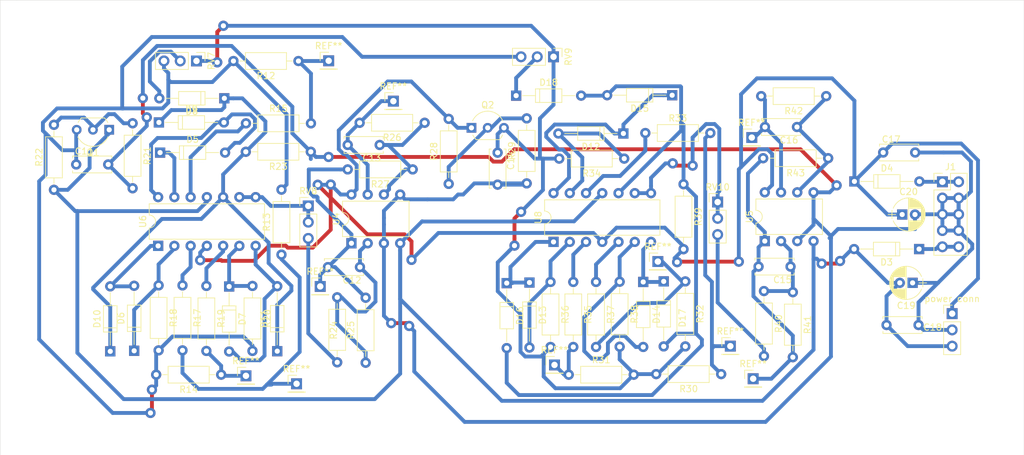
<source format=kicad_pcb>
(kicad_pcb (version 20171130) (host pcbnew "(6.0.0-rc1-dev-209-g91e3d21d6)")
  (layers (0 F.Cu signal) (31 B.Cu signal) (34 B.Paste user) (35 F.Paste user) (36 B.SilkS user) (37 F.SilkS user) (38 B.Mask user) (39 F.Mask user) (44 Edge.Cuts user))
  (net 0 "")
  (net 1 GND)
  (net 2 +12V)
  (net 3 -12V)
  (net 4 "Net-(C9-Pad2)")
  (net 5 "Net-(C10-Pad1)")
  (net 6 "/analogue logic/-10V")
  (net 7 "/analogue logic/NOR")
  (net 8 "Net-(C12-Pad1)")
  (net 9 "Net-(C13-Pad1)")
  (net 10 "/analogue logic/OR")
  (net 11 "Net-(C14-Pad1)")
  (net 12 "Net-(C15-Pad1)")
  (net 13 "/analogue logic/NAND")
  (net 14 "Net-(C16-Pad1)")
  (net 15 "/analogue logic/AND")
  (net 16 "Net-(D5-Pad2)")
  (net 17 "Net-(D5-Pad1)")
  (net 18 "Net-(D6-Pad1)")
  (net 19 "Net-(D10-Pad2)")
  (net 20 "Net-(D7-Pad1)")
  (net 21 "Net-(D11-Pad2)")
  (net 22 "Net-(D8-Pad2)")
  (net 23 "Net-(D10-Pad1)")
  (net 24 "Net-(D12-Pad1)")
  (net 25 "Net-(D12-Pad2)")
  (net 26 "Net-(D13-Pad1)")
  (net 27 "Net-(D13-Pad2)")
  (net 28 "Net-(D14-Pad2)")
  (net 29 "Net-(D14-Pad1)")
  (net 30 "Net-(D15-Pad2)")
  (net 31 "Net-(D18-Pad1)")
  (net 32 "/analogue logic/IN_2x")
  (net 33 "/analogue logic/IN_1x")
  (net 34 "/analogue logic/IN_3")
  (net 35 "/analogue logic/IN_2")
  (net 36 "/analogue logic/IN_1")
  (net 37 "Net-(Q1-Pad2)")
  (net 38 "Net-(Q2-Pad2)")
  (net 39 "Net-(R15-Pad1)")
  (net 40 "Net-(R17-Pad1)")
  (net 41 "Net-(R19-Pad1)")
  (net 42 "Net-(R24-Pad2)")
  (net 43 "/analogue logic/IN_3x")
  (net 44 "Net-(R33-Pad1)")
  (net 45 "Net-(R35-Pad1)")
  (net 46 "Net-(R37-Pad1)")
  (net 47 "Net-(R40-Pad2)")
  (net 48 "Net-(RV8-Pad1)")
  (net 49 "Net-(RV10-Pad1)")
  (module Pin_Headers:Pin_Header_Straight_1x03_Pitch2.54mm (layer F.Cu) (at 184.3532 87.0966)
    (fp_text reference "power conn" (at 0 -2.33) (layer F.SilkS))
    (fp_text value 100K)
    (pad 1 thru_hole rect (at 0 0) (size 1.7 1.7) (drill 1) (layers *.Cu *.Mask) (net 2 +12V))
    (pad 2 thru_hole oval (at 0 2.54) (size 1.7 1.7) (drill 1) (layers *.Cu *.Mask) (net 1 GND))
    (pad 3 thru_hole oval (at 0 5.08) (size 1.7 1.7) (drill 1) (layers *.Cu *.Mask) (net 3 -12V))
  )
  (module Pin_Headers:Pin_Header_Straight_1x01_Pitch2.54mm (layer F.Cu) (at 122.1994 95.1103)
    (fp_text reference REF** (at 0 -2.33) (layer F.SilkS))
    (fp_text value Pin_Header_Straight_1x01_Pitch2.54mm)
    (pad 1 thru_hole rect (at 0 0) (size 1.7 1.7) (drill 1) (layers *.Cu *.Mask) (net 32 "/analogue logic/IN_2x"))
  )
  (module Pin_Headers:Pin_Header_Straight_1x01_Pitch2.54mm (layer F.Cu) (at 153.035 59.5757)
    (fp_text reference REF** (at 0 -2.33) (layer F.SilkS))
    (fp_text value Pin_Header_Straight_1x01_Pitch2.54mm)
    (pad 1 thru_hole rect (at 0 0) (size 1.7 1.7) (drill 1) (layers *.Cu *.Mask) (net 15 "/analogue logic/AND"))
  )
  (module Pin_Headers:Pin_Header_Straight_1x01_Pitch2.54mm (layer F.Cu) (at 138.3538 78.9559)
    (fp_text reference REF** (at 0 -2.33) (layer F.SilkS))
    (fp_text value Pin_Header_Straight_1x01_Pitch2.54mm)
    (pad 1 thru_hole rect (at 0 0) (size 1.7 1.7) (drill 1) (layers *.Cu *.Mask) (net 43 "/analogue logic/IN_3x"))
  )
  (module Pin_Headers:Pin_Header_Straight_1x01_Pitch2.54mm (layer F.Cu) (at 149.6822 92.1766)
    (fp_text reference REF** (at 0 -2.33) (layer F.SilkS))
    (fp_text value Pin_Header_Straight_1x01_Pitch2.54mm)
    (pad 1 thru_hole rect (at 0 0) (size 1.7 1.7) (drill 1) (layers *.Cu *.Mask) (net 33 "/analogue logic/IN_1x"))
  )
  (module Pin_Headers:Pin_Header_Straight_1x01_Pitch2.54mm (layer F.Cu) (at 153.2509 97.2693)
    (fp_text reference REF** (at 0 -2.33) (layer F.SilkS))
    (fp_text value Pin_Header_Straight_1x01_Pitch2.54mm)
    (pad 1 thru_hole rect (at 0 0) (size 1.7 1.7) (drill 1) (layers *.Cu *.Mask) (net 13 "/analogue logic/NAND"))
  )
  (module Pin_Headers:Pin_Header_Straight_1x01_Pitch2.54mm (layer F.Cu) (at 97.0153 53.8861)
    (fp_text reference REF** (at 0 -2.33) (layer F.SilkS))
    (fp_text value Pin_Header_Straight_1x01_Pitch2.54mm)
    (pad 1 thru_hole rect (at 0 0) (size 1.7 1.7) (drill 1) (layers *.Cu *.Mask) (net 10 "/analogue logic/OR"))
  )
  (module Pin_Headers:Pin_Header_Straight_1x01_Pitch2.54mm (layer F.Cu) (at 85.5853 82.8421)
    (fp_text reference REF** (at 0 -2.33) (layer F.SilkS))
    (fp_text value Pin_Header_Straight_1x01_Pitch2.54mm)
    (pad 1 thru_hole rect (at 0 0) (size 1.7 1.7) (drill 1) (layers *.Cu *.Mask) (net 7 "/analogue logic/NOR"))
  )
  (module Pin_Headers:Pin_Header_Straight_1x01_Pitch2.54mm (layer F.Cu) (at 73.9775 96.8121)
    (fp_text reference REF** (at 0 -2.33) (layer F.SilkS))
    (fp_text value Pin_Header_Straight_1x01_Pitch2.54mm)
    (pad 1 thru_hole rect (at 0 0) (size 1.7 1.7) (drill 1) (layers *.Cu *.Mask) (net 34 "/analogue logic/IN_3"))
  )
  (module Pin_Headers:Pin_Header_Straight_1x01_Pitch2.54mm (layer F.Cu) (at 81.8896 98.0567)
    (fp_text reference REF** (at 0 -2.33) (layer F.SilkS))
    (fp_text value Pin_Header_Straight_1x01_Pitch2.54mm)
    (pad 1 thru_hole rect (at 0 0) (size 1.7 1.7) (drill 1) (layers *.Cu *.Mask) (net 35 "/analogue logic/IN_2"))
  )
  (module Pin_Headers:Pin_Header_Straight_1x03_Pitch2.54mm (layer F.Cu) (at 66.2432 47.5996 270)
    (fp_text reference RV7 (at 0 -2.33 270) (layer F.SilkS))
    (fp_text value R_POT)
    (pad 3 thru_hole oval (at 0 5.08 270) (size 1.7 1.7) (drill 1) (layers *.Cu *.Mask) (net 6 "/analogue logic/-10V"))
    (pad 2 thru_hole oval (at 0 2.54 270) (size 1.7 1.7) (drill 1) (layers *.Cu *.Mask) (net 22 "Net-(D8-Pad2)"))
    (pad 1 thru_hole rect (at 0 0 270) (size 1.7 1.7) (drill 1) (layers *.Cu *.Mask) (net 11 "Net-(C14-Pad1)"))
  )
  (module Capacitors_THT:C_Disc_D6.0mm_W2.5mm_P5.00mm (layer F.Cu) (at 47.4472 63.7794)
    (fp_text reference C11 (at 1.25 -2.06) (layer F.SilkS))
    (fp_text value 100N)
    (pad 1 thru_hole circle (at 0 0) (size 1.6 1.6) (drill 0.8) (layers *.Cu *.Mask) (net 6 "/analogue logic/-10V"))
    (pad 2 thru_hole circle (at 5 0) (size 1.6 1.6) (drill 0.8) (layers *.Cu *.Mask) (net 1 GND))
  )
  (module Capacitors_THT:C_Disc_D6.0mm_W2.5mm_P5.00mm (layer F.Cu) (at 91.7956 79.8195 180)
    (fp_text reference C12 (at 1.25 -2.06 180) (layer F.SilkS))
    (fp_text value 47pF)
    (pad 1 thru_hole circle (at 0 0 180) (size 1.6 1.6) (drill 0.8) (layers *.Cu *.Mask) (net 8 "Net-(C12-Pad1)"))
    (pad 2 thru_hole circle (at 5 0 180) (size 1.6 1.6) (drill 0.8) (layers *.Cu *.Mask) (net 7 "/analogue logic/NOR"))
  )
  (module Capacitors_THT:C_Disc_D6.0mm_W2.5mm_P5.00mm (layer F.Cu) (at 94.8817 60.7314 180)
    (fp_text reference C13 (at 1.25 -2.06 180) (layer F.SilkS))
    (fp_text value 47pF)
    (pad 1 thru_hole circle (at 0 0 180) (size 1.6 1.6) (drill 0.8) (layers *.Cu *.Mask) (net 9 "Net-(C13-Pad1)"))
    (pad 2 thru_hole circle (at 5 0 180) (size 1.6 1.6) (drill 0.8) (layers *.Cu *.Mask) (net 10 "/analogue logic/OR"))
  )
  (module Capacitors_THT:C_Disc_D6.0mm_W2.5mm_P5.00mm (layer F.Cu) (at 113.3094 61.93536 270)
    (fp_text reference C14 (at 1.25 -2.06 270) (layer F.SilkS))
    (fp_text value 100N)
    (pad 1 thru_hole circle (at 0 0 270) (size 1.6 1.6) (drill 0.8) (layers *.Cu *.Mask) (net 11 "Net-(C14-Pad1)"))
    (pad 2 thru_hole circle (at 5 0 270) (size 1.6 1.6) (drill 0.8) (layers *.Cu *.Mask) (net 1 GND))
  )
  (module Capacitors_THT:C_Disc_D6.0mm_W2.5mm_P5.00mm (layer F.Cu) (at 159.0929 79.7433 180)
    (fp_text reference C15 (at 1.25 -2.06 180) (layer F.SilkS))
    (fp_text value 47pF)
    (pad 1 thru_hole circle (at 0 0 180) (size 1.6 1.6) (drill 0.8) (layers *.Cu *.Mask) (net 12 "Net-(C15-Pad1)"))
    (pad 2 thru_hole circle (at 5 0 180) (size 1.6 1.6) (drill 0.8) (layers *.Cu *.Mask) (net 13 "/analogue logic/NAND"))
  )
  (module Capacitors_THT:C_Disc_D6.0mm_W2.5mm_P5.00mm (layer F.Cu) (at 160.0962 57.9247 180)
    (fp_text reference C16 (at 1.25 -2.06 180) (layer F.SilkS))
    (fp_text value 47pF)
    (pad 1 thru_hole circle (at 0 0 180) (size 1.6 1.6) (drill 0.8) (layers *.Cu *.Mask) (net 14 "Net-(C16-Pad1)"))
    (pad 2 thru_hole circle (at 5 0 180) (size 1.6 1.6) (drill 0.8) (layers *.Cu *.Mask) (net 15 "/analogue logic/AND"))
  )
  (module Capacitors_THT:C_Disc_D6.0mm_W2.5mm_P5.00mm (layer F.Cu) (at 173.5709 61.9125)
    (fp_text reference C17 (at 1.25 -2.06) (layer F.SilkS))
    (fp_text value 100n)
    (pad 1 thru_hole circle (at 0 0) (size 1.6 1.6) (drill 0.8) (layers *.Cu *.Mask) (net 2 +12V))
    (pad 2 thru_hole circle (at 5 0) (size 1.6 1.6) (drill 0.8) (layers *.Cu *.Mask) (net 1 GND))
  )
  (module Capacitors_THT:C_Disc_D6.0mm_W2.5mm_P5.00mm (layer F.Cu) (at 179.0954 88.8746 180)
    (fp_text reference C18 (at -2.2098 -0.3556 180) (layer F.SilkS))
    (fp_text value 100n)
    (pad 1 thru_hole circle (at 0 0 180) (size 1.6 1.6) (drill 0.8) (layers *.Cu *.Mask) (net 1 GND))
    (pad 2 thru_hole circle (at 5 0 180) (size 1.6 1.6) (drill 0.8) (layers *.Cu *.Mask) (net 3 -12V))
  )
  (module Capacitors_ThroughHole:CP_Radial_D5.0mm_P2.00mm (layer F.Cu) (at 178.1683 82.2833 180)
    (fp_text reference C19 (at 1 -3.56 180) (layer F.SilkS))
    (fp_text value 10uF)
    (pad 2 thru_hole circle (at 2 0 180) (size 1.6 1.6) (drill 0.8) (layers *.Cu *.Mask) (net 3 -12V))
    (pad 1 thru_hole rect (at 0 0 180) (size 1.6 1.6) (drill 0.8) (layers *.Cu *.Mask) (net 1 GND))
  )
  (module Capacitors_ThroughHole:CP_Radial_D5.0mm_P2.00mm (layer F.Cu) (at 176.5427 71.6026)
    (fp_text reference C20 (at 1 -3.56) (layer F.SilkS))
    (fp_text value 10uF)
    (pad 1 thru_hole rect (at 0 0) (size 1.6 1.6) (drill 0.8) (layers *.Cu *.Mask) (net 2 +12V))
    (pad 2 thru_hole circle (at 2 0) (size 1.6 1.6) (drill 0.8) (layers *.Cu *.Mask) (net 1 GND))
  )
  (module Diodes_ThroughHole:D_DO-35_SOD27_P10.16mm_Horizontal (layer F.Cu) (at 179.1843 77.0001 180)
    (fp_text reference D3 (at 5.08 -2.06 180) (layer F.SilkS))
    (fp_text value D)
    (pad 2 thru_hole oval (at 10.16 0 180) (size 1.6 1.6) (drill 0.8) (layers *.Cu *.Mask) (net 3 -12V))
    (pad 1 thru_hole rect (at 0 0 180) (size 1.6 1.6) (drill 0.8) (layers *.Cu *.Mask) (net 4 "Net-(C9-Pad2)"))
  )
  (module Diodes_THT:D_DO-35_SOD27_P10.16mm_Horizontal (layer F.Cu) (at 169.0751 66.4337)
    (fp_text reference D4 (at 5.08 -2.06) (layer F.SilkS))
    (fp_text value D)
    (pad 2 thru_hole oval (at 10.16 0) (size 1.6 1.6) (drill 0.8) (layers *.Cu *.Mask) (net 5 "Net-(C10-Pad1)"))
    (pad 1 thru_hole rect (at 0 0) (size 1.6 1.6) (drill 0.8) (layers *.Cu *.Mask) (net 2 +12V))
  )
  (module Diodes_THT:D_DO-35_SOD27_P10.16mm_Horizontal (layer F.Cu) (at 60.5536 61.9252)
    (fp_text reference D5 (at 5.08 -2.06) (layer F.SilkS))
    (fp_text value 1N4148)
    (pad 2 thru_hole oval (at 10.16 0) (size 1.6 1.6) (drill 0.8) (layers *.Cu *.Mask) (net 16 "Net-(D5-Pad2)"))
    (pad 1 thru_hole rect (at 0 0) (size 1.6 1.6) (drill 0.8) (layers *.Cu *.Mask) (net 17 "Net-(D5-Pad1)"))
  )
  (module Diodes_THT:D_DO-35_SOD27_P10.16mm_Horizontal (layer F.Cu) (at 56.5023 92.9005 90)
    (fp_text reference D6 (at 5.08 -2.06 90) (layer F.SilkS))
    (fp_text value 1N4148)
    (pad 1 thru_hole rect (at 0 0 90) (size 1.6 1.6) (drill 0.8) (layers *.Cu *.Mask) (net 18 "Net-(D6-Pad1)"))
    (pad 2 thru_hole oval (at 10.16 0 90) (size 1.6 1.6) (drill 0.8) (layers *.Cu *.Mask) (net 19 "Net-(D10-Pad2)"))
  )
  (module Diodes_THT:D_DO-35_SOD27_P10.16mm_Horizontal (layer F.Cu) (at 71.3486 82.8548 270)
    (fp_text reference D7 (at 5.08 -2.06 270) (layer F.SilkS))
    (fp_text value 1N4148)
    (pad 1 thru_hole rect (at 0 0 270) (size 1.6 1.6) (drill 0.8) (layers *.Cu *.Mask) (net 20 "Net-(D7-Pad1)"))
    (pad 2 thru_hole oval (at 10.16 0 270) (size 1.6 1.6) (drill 0.8) (layers *.Cu *.Mask) (net 21 "Net-(D11-Pad2)"))
  )
  (module Diodes_THT:D_DO-35_SOD27_P10.16mm_Horizontal (layer F.Cu) (at 70.5993 53.4416 180)
    (fp_text reference D8 (at 5.08 -2.06 180) (layer F.SilkS))
    (fp_text value 1N4148)
    (pad 2 thru_hole oval (at 10.16 0 180) (size 1.6 1.6) (drill 0.8) (layers *.Cu *.Mask) (net 22 "Net-(D8-Pad2)"))
    (pad 1 thru_hole rect (at 0 0 180) (size 1.6 1.6) (drill 0.8) (layers *.Cu *.Mask) (net 23 "Net-(D10-Pad1)"))
  )
  (module Diodes_THT:D_DO-35_SOD27_P10.16mm_Horizontal (layer F.Cu) (at 60.3758 57.2135)
    (fp_text reference D9 (at 5.08 -2.06) (layer F.SilkS))
    (fp_text value 1N4148)
    (pad 1 thru_hole rect (at 0 0) (size 1.6 1.6) (drill 0.8) (layers *.Cu *.Mask) (net 23 "Net-(D10-Pad1)"))
    (pad 2 thru_hole oval (at 10.16 0) (size 1.6 1.6) (drill 0.8) (layers *.Cu *.Mask) (net 16 "Net-(D5-Pad2)"))
  )
  (module Diodes_THT:D_DO-35_SOD27_P10.16mm_Horizontal (layer F.Cu) (at 52.7685 92.9894 90)
    (fp_text reference D10 (at 5.08 -2.06 90) (layer F.SilkS))
    (fp_text value 1N4148)
    (pad 2 thru_hole oval (at 10.16 0 90) (size 1.6 1.6) (drill 0.8) (layers *.Cu *.Mask) (net 19 "Net-(D10-Pad2)"))
    (pad 1 thru_hole rect (at 0 0 90) (size 1.6 1.6) (drill 0.8) (layers *.Cu *.Mask) (net 23 "Net-(D10-Pad1)"))
  )
  (module Diodes_THT:D_DO-35_SOD27_P10.16mm_Horizontal (layer F.Cu) (at 78.867 92.964 90)
    (fp_text reference D11 (at 5.08 -2.06 90) (layer F.SilkS))
    (fp_text value 1N4148)
    (pad 2 thru_hole oval (at 10.16 0 90) (size 1.6 1.6) (drill 0.8) (layers *.Cu *.Mask) (net 21 "Net-(D11-Pad2)"))
    (pad 1 thru_hole rect (at 0 0 90) (size 1.6 1.6) (drill 0.8) (layers *.Cu *.Mask) (net 23 "Net-(D10-Pad1)"))
  )
  (module Diodes_THT:D_DO-35_SOD27_P10.16mm_Horizontal (layer F.Cu) (at 132.969 58.9407 180)
    (fp_text reference D12 (at 5.08 -2.06 180) (layer F.SilkS))
    (fp_text value 1N4148)
    (pad 1 thru_hole rect (at 0 0 180) (size 1.6 1.6) (drill 0.8) (layers *.Cu *.Mask) (net 24 "Net-(D12-Pad1)"))
    (pad 2 thru_hole oval (at 10.16 0 180) (size 1.6 1.6) (drill 0.8) (layers *.Cu *.Mask) (net 25 "Net-(D12-Pad2)"))
  )
  (module Diodes_THT:D_DO-35_SOD27_P10.16mm_Horizontal (layer F.Cu) (at 118.2878 82.23504 270)
    (fp_text reference D13 (at 5.08 -2.06 270) (layer F.SilkS))
    (fp_text value 1N4148)
    (pad 1 thru_hole rect (at 0 0 270) (size 1.6 1.6) (drill 0.8) (layers *.Cu *.Mask) (net 26 "Net-(D13-Pad1)"))
    (pad 2 thru_hole oval (at 10.16 0 270) (size 1.6 1.6) (drill 0.8) (layers *.Cu *.Mask) (net 27 "Net-(D13-Pad2)"))
  )
  (module Diodes_THT:D_DO-35_SOD27_P10.16mm_Horizontal (layer F.Cu) (at 136.0678 82.1436 270)
    (fp_text reference D14 (at 5.08 -2.06 270) (layer F.SilkS))
    (fp_text value 1N4148)
    (pad 2 thru_hole oval (at 10.16 0 270) (size 1.6 1.6) (drill 0.8) (layers *.Cu *.Mask) (net 28 "Net-(D14-Pad2)"))
    (pad 1 thru_hole rect (at 0 0 270) (size 1.6 1.6) (drill 0.8) (layers *.Cu *.Mask) (net 29 "Net-(D14-Pad1)"))
  )
  (module Diodes_THT:D_DO-35_SOD27_P10.16mm_Horizontal (layer F.Cu) (at 140.589 52.959 180)
    (fp_text reference D15 (at 5.08 -2.06 180) (layer F.SilkS))
    (fp_text value 1N4148)
    (pad 2 thru_hole oval (at 10.16 0 180) (size 1.6 1.6) (drill 0.8) (layers *.Cu *.Mask) (net 30 "Net-(D15-Pad2)"))
    (pad 1 thru_hole rect (at 0 0 180) (size 1.6 1.6) (drill 0.8) (layers *.Cu *.Mask) (net 24 "Net-(D12-Pad1)"))
  )
  (module Diodes_THT:D_DO-35_SOD27_P10.16mm_Horizontal (layer F.Cu) (at 114.7318 82.3214 270)
    (fp_text reference D16 (at 5.08 -2.06 270) (layer F.SilkS))
    (fp_text value 1N4148)
    (pad 2 thru_hole oval (at 10.16 0 270) (size 1.6 1.6) (drill 0.8) (layers *.Cu *.Mask) (net 30 "Net-(D15-Pad2)"))
    (pad 1 thru_hole rect (at 0 0 270) (size 1.6 1.6) (drill 0.8) (layers *.Cu *.Mask) (net 26 "Net-(D13-Pad1)"))
  )
  (module Diodes_THT:D_DO-35_SOD27_P10.16mm_Horizontal (layer F.Cu) (at 139.2682 82.05724 270)
    (fp_text reference D17 (at 5.7277 -2.9083 270) (layer F.SilkS))
    (fp_text value 1N4148)
    (pad 1 thru_hole rect (at 0 0 270) (size 1.6 1.6) (drill 0.8) (layers *.Cu *.Mask) (net 29 "Net-(D14-Pad1)"))
    (pad 2 thru_hole oval (at 10.16 0 270) (size 1.6 1.6) (drill 0.8) (layers *.Cu *.Mask) (net 30 "Net-(D15-Pad2)"))
  )
  (module Diodes_THT:D_DO-35_SOD27_P10.16mm_Horizontal (layer F.Cu) (at 116.205 53.0225)
    (fp_text reference D18 (at 5.08 -2.06) (layer F.SilkS))
    (fp_text value 1N4148)
    (pad 1 thru_hole rect (at 0 0) (size 1.6 1.6) (drill 0.8) (layers *.Cu *.Mask) (net 31 "Net-(D18-Pad1)"))
    (pad 2 thru_hole oval (at 10.16 0) (size 1.6 1.6) (drill 0.8) (layers *.Cu *.Mask) (net 30 "Net-(D15-Pad2)"))
  )
  (module Pin_Headers:Pin_Header_Straight_2x05_Pitch2.54mm (layer F.Cu) (at 182.82666 66.48704)
    (fp_text reference J1 (at 1.27 -2.33) (layer F.SilkS))
    (fp_text value Conn_02x05_Odd_Even)
    (pad 1 thru_hole rect (at 0 0) (size 1.7 1.7) (drill 1) (layers *.Cu *.Mask) (net 5 "Net-(C10-Pad1)"))
    (pad 2 thru_hole oval (at 2.54 0) (size 1.7 1.7) (drill 1) (layers *.Cu *.Mask) (net 5 "Net-(C10-Pad1)"))
    (pad 3 thru_hole oval (at 0 2.54) (size 1.7 1.7) (drill 1) (layers *.Cu *.Mask) (net 1 GND))
    (pad 4 thru_hole oval (at 2.54 2.54) (size 1.7 1.7) (drill 1) (layers *.Cu *.Mask) (net 1 GND))
    (pad 5 thru_hole oval (at 0 5.08) (size 1.7 1.7) (drill 1) (layers *.Cu *.Mask) (net 1 GND))
    (pad 6 thru_hole oval (at 2.54 5.08) (size 1.7 1.7) (drill 1) (layers *.Cu *.Mask) (net 1 GND))
    (pad 7 thru_hole oval (at 0 7.62) (size 1.7 1.7) (drill 1) (layers *.Cu *.Mask) (net 1 GND))
    (pad 8 thru_hole oval (at 2.54 7.62) (size 1.7 1.7) (drill 1) (layers *.Cu *.Mask) (net 1 GND))
    (pad 9 thru_hole oval (at 0 10.16) (size 1.7 1.7) (drill 1) (layers *.Cu *.Mask) (net 4 "Net-(C9-Pad2)"))
    (pad 10 thru_hole oval (at 2.54 10.16) (size 1.7 1.7) (drill 1) (layers *.Cu *.Mask) (net 4 "Net-(C9-Pad2)"))
  )
  (module TO_SOT_Packages_THT:TO-92_Inline_Wide (layer F.Cu) (at 52.6034 58.3565 180)
    (fp_text reference Q1 (at 2.54 -3.56) (layer F.SilkS))
    (fp_text value BC557)
    (pad 1 thru_hole rect (at 0 0 270) (size 1.52 1.52) (drill 0.8) (layers *.Cu *.Mask) (net 3 -12V))
    (pad 3 thru_hole circle (at 5.08 0 270) (size 1.52 1.52) (drill 0.8) (layers *.Cu *.Mask) (net 6 "/analogue logic/-10V"))
    (pad 2 thru_hole circle (at 2.54 0 270) (size 1.52 1.52) (drill 0.8) (layers *.Cu *.Mask) (net 37 "Net-(Q1-Pad2)"))
  )
  (module TO_SOT_Packages_THT:TO-92_Inline_Wide (layer F.Cu) (at 109.22 58.0517)
    (fp_text reference Q2 (at 2.54 -3.56 180) (layer F.SilkS))
    (fp_text value BC547)
    (pad 2 thru_hole circle (at 2.54 0 90) (size 1.52 1.52) (drill 0.8) (layers *.Cu *.Mask) (net 38 "Net-(Q2-Pad2)"))
    (pad 3 thru_hole circle (at 5.08 0 90) (size 1.52 1.52) (drill 0.8) (layers *.Cu *.Mask) (net 11 "Net-(C14-Pad1)"))
    (pad 1 thru_hole rect (at 0 0 90) (size 1.52 1.52) (drill 0.8) (layers *.Cu *.Mask) (net 2 +12V))
  )
  (module Resistors_THT:R_Axial_DIN0207_L6.3mm_D2.5mm_P10.16mm_Horizontal (layer F.Cu) (at 82.1817 47.6123 180)
    (fp_text reference R12 (at 5.08 -2.31 180) (layer F.SilkS))
    (fp_text value 100K)
    (pad 1 thru_hole circle (at 0 0 180) (size 1.6 1.6) (drill 0.8) (layers *.Cu *.Mask) (net 36 "/analogue logic/IN_1"))
    (pad 2 thru_hole oval (at 10.16 0 180) (size 1.6 1.6) (drill 0.8) (layers *.Cu *.Mask) (net 6 "/analogue logic/-10V"))
  )
  (module Resistors_THT:R_Axial_DIN0207_L6.3mm_D2.5mm_P10.16mm_Horizontal (layer F.Cu) (at 79.5274 77.8764 90)
    (fp_text reference R13 (at 5.08 -2.31 90) (layer F.SilkS))
    (fp_text value 100K)
    (pad 2 thru_hole oval (at 10.16 0 90) (size 1.6 1.6) (drill 0.8) (layers *.Cu *.Mask) (net 6 "/analogue logic/-10V"))
    (pad 1 thru_hole circle (at 0 0 90) (size 1.6 1.6) (drill 0.8) (layers *.Cu *.Mask) (net 35 "/analogue logic/IN_2"))
  )
  (module Resistors_THT:R_Axial_DIN0207_L6.3mm_D2.5mm_P10.16mm_Horizontal (layer F.Cu) (at 70.104 96.6343 180)
    (fp_text reference R14 (at 5.08 -2.31 180) (layer F.SilkS))
    (fp_text value 100K)
    (pad 2 thru_hole oval (at 10.16 0 180) (size 1.6 1.6) (drill 0.8) (layers *.Cu *.Mask) (net 6 "/analogue logic/-10V"))
    (pad 1 thru_hole circle (at 0 0 180) (size 1.6 1.6) (drill 0.8) (layers *.Cu *.Mask) (net 34 "/analogue logic/IN_3"))
  )
  (module Resistors_THT:R_Axial_DIN0207_L6.3mm_D2.5mm_P10.16mm_Horizontal (layer F.Cu) (at 73.9775 57.3532)
    (fp_text reference R15 (at 5.08 -2.31) (layer F.SilkS))
    (fp_text value 10K)
    (pad 1 thru_hole circle (at 0 0) (size 1.6 1.6) (drill 0.8) (layers *.Cu *.Mask) (net 39 "Net-(R15-Pad1)"))
    (pad 2 thru_hole oval (at 10.16 0) (size 1.6 1.6) (drill 0.8) (layers *.Cu *.Mask) (net 36 "/analogue logic/IN_1"))
  )
  (module Resistors_THT:R_Axial_DIN0207_L6.3mm_D2.5mm_P10.16mm_Horizontal (layer F.Cu) (at 64.0588 82.677 270)
    (fp_text reference R17 (at 5.08 -2.31 270) (layer F.SilkS))
    (fp_text value 10K)
    (pad 2 thru_hole oval (at 10.16 0 270) (size 1.6 1.6) (drill 0.8) (layers *.Cu *.Mask) (net 35 "/analogue logic/IN_2"))
    (pad 1 thru_hole circle (at 0 0 270) (size 1.6 1.6) (drill 0.8) (layers *.Cu *.Mask) (net 40 "Net-(R17-Pad1)"))
  )
  (module Resistors_THT:R_Axial_DIN0207_L6.3mm_D2.5mm_P10.16mm_Horizontal (layer F.Cu) (at 60.325 82.677 270)
    (fp_text reference R18 (at 5.08 -2.31 270) (layer F.SilkS))
    (fp_text value 10K)
    (pad 1 thru_hole circle (at 0 0 270) (size 1.6 1.6) (drill 0.8) (layers *.Cu *.Mask) (net 18 "Net-(D6-Pad1)"))
    (pad 2 thru_hole oval (at 10.16 0 270) (size 1.6 1.6) (drill 0.8) (layers *.Cu *.Mask) (net 6 "/analogue logic/-10V"))
  )
  (module Resistors_THT:R_Axial_DIN0207_L6.3mm_D2.5mm_P10.16mm_Horizontal (layer F.Cu) (at 67.7926 82.7659 270)
    (fp_text reference R19 (at 5.08 -2.31 270) (layer F.SilkS))
    (fp_text value 10K)
    (pad 2 thru_hole oval (at 10.16 0 270) (size 1.6 1.6) (drill 0.8) (layers *.Cu *.Mask) (net 34 "/analogue logic/IN_3"))
    (pad 1 thru_hole circle (at 0 0 270) (size 1.6 1.6) (drill 0.8) (layers *.Cu *.Mask) (net 41 "Net-(R19-Pad1)"))
  )
  (module Resistors_THT:R_Axial_DIN0207_L6.3mm_D2.5mm_P10.16mm_Horizontal (layer F.Cu) (at 74.9935 82.7659 270)
    (fp_text reference R20 (at 5.08 -2.31 270) (layer F.SilkS))
    (fp_text value 10K)
    (pad 1 thru_hole circle (at 0 0 270) (size 1.6 1.6) (drill 0.8) (layers *.Cu *.Mask) (net 20 "Net-(D7-Pad1)"))
    (pad 2 thru_hole oval (at 10.16 0 270) (size 1.6 1.6) (drill 0.8) (layers *.Cu *.Mask) (net 6 "/analogue logic/-10V"))
  )
  (module Resistors_THT:R_Axial_DIN0207_L6.3mm_D2.5mm_P10.16mm_Horizontal (layer F.Cu) (at 56.261 57.3405 270)
    (fp_text reference R21 (at 5.08 -2.31 270) (layer F.SilkS))
    (fp_text value 10K)
    (pad 1 thru_hole circle (at 0 0 270) (size 1.6 1.6) (drill 0.8) (layers *.Cu *.Mask) (net 37 "Net-(Q1-Pad2)"))
    (pad 2 thru_hole oval (at 10.16 0 270) (size 1.6 1.6) (drill 0.8) (layers *.Cu *.Mask) (net 1 GND))
  )
  (module Resistors_THT:R_Axial_DIN0207_L6.3mm_D2.5mm_P10.16mm_Horizontal (layer F.Cu) (at 43.9674 67.7418 90)
    (fp_text reference R22 (at 5.08 -2.31 90) (layer F.SilkS))
    (fp_text value 2K2)
    (pad 2 thru_hole oval (at 10.16 0 90) (size 1.6 1.6) (drill 0.8) (layers *.Cu *.Mask) (net 37 "Net-(Q1-Pad2)"))
    (pad 1 thru_hole circle (at 0 0 90) (size 1.6 1.6) (drill 0.8) (layers *.Cu *.Mask) (net 3 -12V))
  )
  (module Resistors_THT:R_Axial_DIN0207_L6.3mm_D2.5mm_P10.16mm_Horizontal (layer F.Cu) (at 84.1121 61.7982 180)
    (fp_text reference R23 (at 5.08 -2.31 180) (layer F.SilkS))
    (fp_text value 10K)
    (pad 2 thru_hole oval (at 10.16 0 180) (size 1.6 1.6) (drill 0.8) (layers *.Cu *.Mask) (net 23 "Net-(D10-Pad1)"))
    (pad 1 thru_hole circle (at 0 0 180) (size 1.6 1.6) (drill 0.8) (layers *.Cu *.Mask) (net 1 GND))
  )
  (module Resistors_THT:R_Axial_DIN0207_L6.3mm_D2.5mm_P10.16mm_Horizontal (layer F.Cu) (at 88.2396 84.5439 270)
    (fp_text reference R24 (at 5.147999 0.551599 270) (layer F.SilkS))
    (fp_text value 4k7)
    (pad 2 thru_hole oval (at 10.16 0 270) (size 1.6 1.6) (drill 0.8) (layers *.Cu *.Mask) (net 42 "Net-(R24-Pad2)"))
    (pad 1 thru_hole circle (at 0 0 270) (size 1.6 1.6) (drill 0.8) (layers *.Cu *.Mask) (net 8 "Net-(C12-Pad1)"))
  )
  (module Resistors_THT:R_Axial_DIN0207_L6.3mm_D2.5mm_P10.16mm_Horizontal (layer F.Cu) (at 92.6846 94.7674 90)
    (fp_text reference R25 (at 5.08 -2.31 90) (layer F.SilkS))
    (fp_text value 10K)
    (pad 1 thru_hole circle (at 0 0 90) (size 1.6 1.6) (drill 0.8) (layers *.Cu *.Mask) (net 8 "Net-(C12-Pad1)"))
    (pad 2 thru_hole oval (at 10.16 0 90) (size 1.6 1.6) (drill 0.8) (layers *.Cu *.Mask) (net 7 "/analogue logic/NOR"))
  )
  (module Resistors_THT:R_Axial_DIN0207_L6.3mm_D2.5mm_P10.16mm_Horizontal (layer F.Cu) (at 101.9048 57.2643 180)
    (fp_text reference R26 (at 5.08 -2.31 180) (layer F.SilkS))
    (fp_text value 10K)
    (pad 1 thru_hole circle (at 0 0 180) (size 1.6 1.6) (drill 0.8) (layers *.Cu *.Mask) (net 9 "Net-(C13-Pad1)"))
    (pad 2 thru_hole oval (at 10.16 0 180) (size 1.6 1.6) (drill 0.8) (layers *.Cu *.Mask) (net 10 "/analogue logic/OR"))
  )
  (module Resistors_THT:R_Axial_DIN0207_L6.3mm_D2.5mm_P10.16mm_Horizontal (layer F.Cu) (at 100.0379 64.5541 180)
    (fp_text reference R27 (at 5.08 -2.31 180) (layer F.SilkS))
    (fp_text value 10K)
    (pad 1 thru_hole circle (at 0 0 180) (size 1.6 1.6) (drill 0.8) (layers *.Cu *.Mask) (net 9 "Net-(C13-Pad1)"))
    (pad 2 thru_hole oval (at 10.16 0 180) (size 1.6 1.6) (drill 0.8) (layers *.Cu *.Mask) (net 7 "/analogue logic/NOR"))
  )
  (module Resistors_THT:R_Axial_DIN0207_L6.3mm_D2.5mm_P10.16mm_Horizontal (layer F.Cu) (at 105.664 66.8147 90)
    (fp_text reference R28 (at 5.08 -2.31 90) (layer F.SilkS))
    (fp_text value 2K2)
    (pad 1 thru_hole circle (at 0 0 90) (size 1.6 1.6) (drill 0.8) (layers *.Cu *.Mask) (net 38 "Net-(Q2-Pad2)"))
    (pad 2 thru_hole oval (at 10.16 0 90) (size 1.6 1.6) (drill 0.8) (layers *.Cu *.Mask) (net 2 +12V))
  )
  (module Resistors_THT:R_Axial_DIN0207_L6.3mm_D2.5mm_P10.16mm_Horizontal (layer F.Cu) (at 117.856 66.7385 90)
    (fp_text reference R29 (at 5.08 -2.31 90) (layer F.SilkS))
    (fp_text value 10K)
    (pad 2 thru_hole oval (at 10.16 0 90) (size 1.6 1.6) (drill 0.8) (layers *.Cu *.Mask) (net 38 "Net-(Q2-Pad2)"))
    (pad 1 thru_hole circle (at 0 0 90) (size 1.6 1.6) (drill 0.8) (layers *.Cu *.Mask) (net 1 GND))
  )
  (module Resistors_THT:R_Axial_DIN0207_L6.3mm_D2.5mm_P10.16mm_Horizontal (layer F.Cu) (at 148.24964 96.5454 180)
    (fp_text reference R30 (at 5.08 -2.31 180) (layer F.SilkS))
    (fp_text value 100K)
    (pad 1 thru_hole circle (at 0 0 180) (size 1.6 1.6) (drill 0.8) (layers *.Cu *.Mask) (net 33 "/analogue logic/IN_1x"))
    (pad 2 thru_hole oval (at 10.16 0 180) (size 1.6 1.6) (drill 0.8) (layers *.Cu *.Mask) (net 11 "Net-(C14-Pad1)"))
  )
  (module Resistors_THT:R_Axial_DIN0207_L6.3mm_D2.5mm_P10.16mm_Horizontal (layer F.Cu) (at 124.42444 96.63684)
    (fp_text reference R31 (at 5.08 -2.31) (layer F.SilkS))
    (fp_text value 100K)
    (pad 1 thru_hole circle (at 0 0) (size 1.6 1.6) (drill 0.8) (layers *.Cu *.Mask) (net 32 "/analogue logic/IN_2x"))
    (pad 2 thru_hole oval (at 10.16 0) (size 1.6 1.6) (drill 0.8) (layers *.Cu *.Mask) (net 11 "Net-(C14-Pad1)"))
  )
  (module Resistors_THT:R_Axial_DIN0207_L6.3mm_D2.5mm_P10.16mm_Horizontal (layer F.Cu) (at 142.6464 82.05724 270)
    (fp_text reference R32 (at 5.08 -2.31 270) (layer F.SilkS))
    (fp_text value 100K)
    (pad 1 thru_hole circle (at 0 0 270) (size 1.6 1.6) (drill 0.8) (layers *.Cu *.Mask) (net 43 "/analogue logic/IN_3x"))
    (pad 2 thru_hole oval (at 10.16 0 270) (size 1.6 1.6) (drill 0.8) (layers *.Cu *.Mask) (net 11 "Net-(C14-Pad1)"))
  )
  (module Resistors_THT:R_Axial_DIN0207_L6.3mm_D2.5mm_P10.16mm_Horizontal (layer F.Cu) (at 136.398 58.8645)
    (fp_text reference R33 (at 5.08 -2.31) (layer F.SilkS))
    (fp_text value 10K)
    (pad 2 thru_hole oval (at 10.16 0) (size 1.6 1.6) (drill 0.8) (layers *.Cu *.Mask) (net 33 "/analogue logic/IN_1x"))
    (pad 1 thru_hole circle (at 0 0) (size 1.6 1.6) (drill 0.8) (layers *.Cu *.Mask) (net 44 "Net-(R33-Pad1)"))
  )
  (module Resistors_THT:R_Axial_DIN0207_L6.3mm_D2.5mm_P10.16mm_Horizontal (layer F.Cu) (at 133.096 62.865 180)
    (fp_text reference R34 (at 5.08 -2.31 180) (layer F.SilkS))
    (fp_text value 10K)
    (pad 1 thru_hole circle (at 0 0 180) (size 1.6 1.6) (drill 0.8) (layers *.Cu *.Mask) (net 25 "Net-(D12-Pad2)"))
    (pad 2 thru_hole oval (at 10.16 0 180) (size 1.6 1.6) (drill 0.8) (layers *.Cu *.Mask) (net 11 "Net-(C14-Pad1)"))
  )
  (module Resistors_THT:R_Axial_DIN0207_L6.3mm_D2.5mm_P10.16mm_Horizontal (layer F.Cu) (at 125.13564 82.1436 270)
    (fp_text reference R35 (at 5.08 -2.31 270) (layer F.SilkS))
    (fp_text value 10K)
    (pad 1 thru_hole circle (at 0 0 270) (size 1.6 1.6) (drill 0.8) (layers *.Cu *.Mask) (net 45 "Net-(R35-Pad1)"))
    (pad 2 thru_hole oval (at 10.16 0 270) (size 1.6 1.6) (drill 0.8) (layers *.Cu *.Mask) (net 32 "/analogue logic/IN_2x"))
  )
  (module Resistors_THT:R_Axial_DIN0207_L6.3mm_D2.5mm_P10.16mm_Horizontal (layer F.Cu) (at 121.57964 82.1436 270)
    (fp_text reference R36 (at 5.08 -2.31 270) (layer F.SilkS))
    (fp_text value 10K)
    (pad 1 thru_hole circle (at 0 0 270) (size 1.6 1.6) (drill 0.8) (layers *.Cu *.Mask) (net 27 "Net-(D13-Pad2)"))
    (pad 2 thru_hole oval (at 10.16 0 270) (size 1.6 1.6) (drill 0.8) (layers *.Cu *.Mask) (net 11 "Net-(C14-Pad1)"))
  )
  (module Resistors_THT:R_Axial_DIN0207_L6.3mm_D2.5mm_P10.16mm_Horizontal (layer F.Cu) (at 128.69164 82.1436 270)
    (fp_text reference R37 (at 5.08 -2.31 270) (layer F.SilkS))
    (fp_text value 10K)
    (pad 1 thru_hole circle (at 0 0 270) (size 1.6 1.6) (drill 0.8) (layers *.Cu *.Mask) (net 46 "Net-(R37-Pad1)"))
    (pad 2 thru_hole oval (at 10.16 0 270) (size 1.6 1.6) (drill 0.8) (layers *.Cu *.Mask) (net 43 "/analogue logic/IN_3x"))
  )
  (module Resistors_THT:R_Axial_DIN0207_L6.3mm_D2.5mm_P10.16mm_Horizontal (layer F.Cu) (at 132.3848 82.1055 270)
    (fp_text reference R38 (at 5.08 -2.31 270) (layer F.SilkS))
    (fp_text value 10K)
    (pad 2 thru_hole oval (at 10.16 0 270) (size 1.6 1.6) (drill 0.8) (layers *.Cu *.Mask) (net 11 "Net-(C14-Pad1)"))
    (pad 1 thru_hole circle (at 0 0 270) (size 1.6 1.6) (drill 0.8) (layers *.Cu *.Mask) (net 28 "Net-(D14-Pad2)"))
  )
  (module Resistors_THT:R_Axial_DIN0207_L6.3mm_D2.5mm_P10.16mm_Horizontal (layer F.Cu) (at 142.367 66.8655 270)
    (fp_text reference R39 (at 5.08 -2.31 270) (layer F.SilkS))
    (fp_text value 10K)
    (pad 1 thru_hole circle (at 0 0 270) (size 1.6 1.6) (drill 0.8) (layers *.Cu *.Mask) (net 30 "Net-(D15-Pad2)"))
    (pad 2 thru_hole oval (at 10.16 0 270) (size 1.6 1.6) (drill 0.8) (layers *.Cu *.Mask) (net 2 +12V))
  )
  (module Resistors_THT:R_Axial_DIN0207_L6.3mm_D2.5mm_P10.16mm_Horizontal (layer F.Cu) (at 154.94 83.566 270)
    (fp_text reference R40 (at 5.08 -2.31 270) (layer F.SilkS))
    (fp_text value 4k7)
    (pad 2 thru_hole oval (at 10.16 0 270) (size 1.6 1.6) (drill 0.8) (layers *.Cu *.Mask) (net 47 "Net-(R40-Pad2)"))
    (pad 1 thru_hole circle (at 0 0 270) (size 1.6 1.6) (drill 0.8) (layers *.Cu *.Mask) (net 12 "Net-(C15-Pad1)"))
  )
  (module Resistors_THT:R_Axial_DIN0207_L6.3mm_D2.5mm_P10.16mm_Horizontal (layer F.Cu) (at 159.45104 83.7438 270)
    (fp_text reference R41 (at 5.08 -2.31 270) (layer F.SilkS))
    (fp_text value 10K)
    (pad 2 thru_hole oval (at 10.16 0 270) (size 1.6 1.6) (drill 0.8) (layers *.Cu *.Mask) (net 13 "/analogue logic/NAND"))
    (pad 1 thru_hole circle (at 0 0 270) (size 1.6 1.6) (drill 0.8) (layers *.Cu *.Mask) (net 12 "Net-(C15-Pad1)"))
  )
  (module Resistors_THT:R_Axial_DIN0207_L6.3mm_D2.5mm_P10.16mm_Horizontal (layer F.Cu) (at 164.6682 53.0987 180)
    (fp_text reference R42 (at 5.08 -2.31 180) (layer F.SilkS))
    (fp_text value 10K)
    (pad 1 thru_hole circle (at 0 0 180) (size 1.6 1.6) (drill 0.8) (layers *.Cu *.Mask) (net 14 "Net-(C16-Pad1)"))
    (pad 2 thru_hole oval (at 10.16 0 180) (size 1.6 1.6) (drill 0.8) (layers *.Cu *.Mask) (net 15 "/analogue logic/AND"))
  )
  (module Resistors_THT:R_Axial_DIN0207_L6.3mm_D2.5mm_P10.16mm_Horizontal (layer F.Cu) (at 164.973 62.8015 180)
    (fp_text reference R43 (at 5.08 -2.31 180) (layer F.SilkS))
    (fp_text value 10K)
    (pad 2 thru_hole oval (at 10.16 0 180) (size 1.6 1.6) (drill 0.8) (layers *.Cu *.Mask) (net 13 "/analogue logic/NAND"))
    (pad 1 thru_hole circle (at 0 0 180) (size 1.6 1.6) (drill 0.8) (layers *.Cu *.Mask) (net 14 "Net-(C16-Pad1)"))
  )
  (module Pin_Headers:Pin_Header_Straight_1x03_Pitch2.54mm (layer F.Cu) (at 83.7184 70.2564)
    (fp_text reference RV8 (at 0 -2.33) (layer F.SilkS))
    (fp_text value 10K)
    (pad 1 thru_hole rect (at 0 0) (size 1.7 1.7) (drill 1) (layers *.Cu *.Mask) (net 48 "Net-(RV8-Pad1)"))
    (pad 2 thru_hole oval (at 0 2.54) (size 1.7 1.7) (drill 1) (layers *.Cu *.Mask) (net 48 "Net-(RV8-Pad1)"))
    (pad 3 thru_hole oval (at 0 5.08) (size 1.7 1.7) (drill 1) (layers *.Cu *.Mask) (net 42 "Net-(R24-Pad2)"))
  )
  (module Pin_Headers:Pin_Header_Straight_1x03_Pitch2.54mm (layer F.Cu) (at 122.047 46.9519 270)
    (fp_text reference RV9 (at 0 -2.33 270) (layer F.SilkS))
    (fp_text value R_POT)
    (pad 3 thru_hole oval (at 0 5.08 270) (size 1.7 1.7) (drill 1) (layers *.Cu *.Mask) (net 6 "/analogue logic/-10V"))
    (pad 2 thru_hole oval (at 0 2.54 270) (size 1.7 1.7) (drill 1) (layers *.Cu *.Mask) (net 31 "Net-(D18-Pad1)"))
    (pad 1 thru_hole rect (at 0 0 270) (size 1.7 1.7) (drill 1) (layers *.Cu *.Mask) (net 11 "Net-(C14-Pad1)"))
  )
  (module Pin_Headers:Pin_Header_Straight_1x03_Pitch2.54mm (layer F.Cu) (at 147.701 69.6595)
    (fp_text reference RV10 (at 0 -2.33) (layer F.SilkS))
    (fp_text value 10K)
    (pad 3 thru_hole oval (at 0 5.08) (size 1.7 1.7) (drill 1) (layers *.Cu *.Mask) (net 47 "Net-(R40-Pad2)"))
    (pad 2 thru_hole oval (at 0 2.54) (size 1.7 1.7) (drill 1) (layers *.Cu *.Mask) (net 49 "Net-(RV10-Pad1)"))
    (pad 1 thru_hole rect (at 0 0) (size 1.7 1.7) (drill 1) (layers *.Cu *.Mask) (net 49 "Net-(RV10-Pad1)"))
  )
  (module Housings_DIP:DIP-8_W7.62mm (layer F.Cu) (at 90.4621 76.0984 90)
    (fp_text reference U4 (at 3.81 -2.39 90) (layer F.SilkS))
    (fp_text value TL072)
    (pad 1 thru_hole rect (at 0 0 90) (size 1.6 1.6) (drill 0.8) (layers *.Cu *.Mask) (net 7 "/analogue logic/NOR"))
    (pad 5 thru_hole oval (at 7.62 7.62 90) (size 1.6 1.6) (drill 0.8) (layers *.Cu *.Mask) (net 1 GND))
    (pad 2 thru_hole oval (at 0 2.54 90) (size 1.6 1.6) (drill 0.8) (layers *.Cu *.Mask) (net 8 "Net-(C12-Pad1)"))
    (pad 6 thru_hole oval (at 7.62 5.08 90) (size 1.6 1.6) (drill 0.8) (layers *.Cu *.Mask) (net 9 "Net-(C13-Pad1)"))
    (pad 3 thru_hole oval (at 0 5.08 90) (size 1.6 1.6) (drill 0.8) (layers *.Cu *.Mask) (net 1 GND))
    (pad 7 thru_hole oval (at 7.62 2.54 90) (size 1.6 1.6) (drill 0.8) (layers *.Cu *.Mask) (net 10 "/analogue logic/OR"))
    (pad 4 thru_hole oval (at 0 7.62 90) (size 1.6 1.6) (drill 0.8) (layers *.Cu *.Mask) (net 3 -12V))
    (pad 8 thru_hole oval (at 7.62 0 90) (size 1.6 1.6) (drill 0.8) (layers *.Cu *.Mask) (net 2 +12V))
  )
  (module Housings_DIP:DIP-8_W7.62mm (layer F.Cu) (at 155.067 75.7555 90)
    (fp_text reference U5 (at 3.81 -2.39 90) (layer F.SilkS))
    (fp_text value TL072)
    (pad 1 thru_hole rect (at 0 0 90) (size 1.6 1.6) (drill 0.8) (layers *.Cu *.Mask) (net 13 "/analogue logic/NAND"))
    (pad 5 thru_hole oval (at 7.62 7.62 90) (size 1.6 1.6) (drill 0.8) (layers *.Cu *.Mask) (net 1 GND))
    (pad 2 thru_hole oval (at 0 2.54 90) (size 1.6 1.6) (drill 0.8) (layers *.Cu *.Mask) (net 12 "Net-(C15-Pad1)"))
    (pad 6 thru_hole oval (at 7.62 5.08 90) (size 1.6 1.6) (drill 0.8) (layers *.Cu *.Mask) (net 14 "Net-(C16-Pad1)"))
    (pad 3 thru_hole oval (at 0 5.08 90) (size 1.6 1.6) (drill 0.8) (layers *.Cu *.Mask) (net 1 GND))
    (pad 7 thru_hole oval (at 7.62 2.54 90) (size 1.6 1.6) (drill 0.8) (layers *.Cu *.Mask) (net 15 "/analogue logic/AND"))
    (pad 4 thru_hole oval (at 0 7.62 90) (size 1.6 1.6) (drill 0.8) (layers *.Cu *.Mask) (net 3 -12V))
    (pad 8 thru_hole oval (at 7.62 0 90) (size 1.6 1.6) (drill 0.8) (layers *.Cu *.Mask) (net 2 +12V))
  )
  (module Housings_DIP:DIP-14_W7.62mm (layer F.Cu) (at 60.2488 76.5048 90)
    (fp_text reference U6 (at 3.81 -2.39 90) (layer F.SilkS))
    (fp_text value TL074)
    (pad 14 thru_hole oval (at 7.62 0 90) (size 1.6 1.6) (drill 0.8) (layers *.Cu *.Mask) (net 16 "Net-(D5-Pad2)"))
    (pad 7 thru_hole oval (at 0 15.24 90) (size 1.6 1.6) (drill 0.8) (layers *.Cu *.Mask) (net 21 "Net-(D11-Pad2)"))
    (pad 13 thru_hole oval (at 7.62 2.54 90) (size 1.6 1.6) (drill 0.8) (layers *.Cu *.Mask) (net 17 "Net-(D5-Pad1)"))
    (pad 6 thru_hole oval (at 0 12.7 90) (size 1.6 1.6) (drill 0.8) (layers *.Cu *.Mask) (net 20 "Net-(D7-Pad1)"))
    (pad 12 thru_hole oval (at 7.62 5.08 90) (size 1.6 1.6) (drill 0.8) (layers *.Cu *.Mask) (net 39 "Net-(R15-Pad1)"))
    (pad 5 thru_hole oval (at 0 10.16 90) (size 1.6 1.6) (drill 0.8) (layers *.Cu *.Mask) (net 41 "Net-(R19-Pad1)"))
    (pad 11 thru_hole oval (at 7.62 7.62 90) (size 1.6 1.6) (drill 0.8) (layers *.Cu *.Mask) (net 3 -12V))
    (pad 4 thru_hole oval (at 0 7.62 90) (size 1.6 1.6) (drill 0.8) (layers *.Cu *.Mask) (net 2 +12V))
    (pad 10 thru_hole oval (at 7.62 10.16 90) (size 1.6 1.6) (drill 0.8) (layers *.Cu *.Mask) (net 23 "Net-(D10-Pad1)"))
    (pad 3 thru_hole oval (at 0 5.08 90) (size 1.6 1.6) (drill 0.8) (layers *.Cu *.Mask) (net 40 "Net-(R17-Pad1)"))
    (pad 9 thru_hole oval (at 7.62 12.7 90) (size 1.6 1.6) (drill 0.8) (layers *.Cu *.Mask) (net 48 "Net-(RV8-Pad1)"))
    (pad 2 thru_hole oval (at 0 2.54 90) (size 1.6 1.6) (drill 0.8) (layers *.Cu *.Mask) (net 18 "Net-(D6-Pad1)"))
    (pad 8 thru_hole oval (at 7.62 15.24 90) (size 1.6 1.6) (drill 0.8) (layers *.Cu *.Mask) (net 48 "Net-(RV8-Pad1)"))
    (pad 1 thru_hole rect (at 0 0 90) (size 1.6 1.6) (drill 0.8) (layers *.Cu *.Mask) (net 19 "Net-(D10-Pad2)"))
  )
  (module Housings_DIP:DIP-14_W7.62mm (layer F.Cu) (at 122.047 75.8825 90)
    (fp_text reference U8 (at 3.81 -2.39 90) (layer F.SilkS))
    (fp_text value TL074)
    (pad 1 thru_hole rect (at 0 0 90) (size 1.6 1.6) (drill 0.8) (layers *.Cu *.Mask) (net 26 "Net-(D13-Pad1)"))
    (pad 8 thru_hole oval (at 7.62 15.24 90) (size 1.6 1.6) (drill 0.8) (layers *.Cu *.Mask) (net 49 "Net-(RV10-Pad1)"))
    (pad 2 thru_hole oval (at 0 2.54 90) (size 1.6 1.6) (drill 0.8) (layers *.Cu *.Mask) (net 27 "Net-(D13-Pad2)"))
    (pad 9 thru_hole oval (at 7.62 12.7 90) (size 1.6 1.6) (drill 0.8) (layers *.Cu *.Mask) (net 49 "Net-(RV10-Pad1)"))
    (pad 3 thru_hole oval (at 0 5.08 90) (size 1.6 1.6) (drill 0.8) (layers *.Cu *.Mask) (net 45 "Net-(R35-Pad1)"))
    (pad 10 thru_hole oval (at 7.62 10.16 90) (size 1.6 1.6) (drill 0.8) (layers *.Cu *.Mask) (net 30 "Net-(D15-Pad2)"))
    (pad 4 thru_hole oval (at 0 7.62 90) (size 1.6 1.6) (drill 0.8) (layers *.Cu *.Mask) (net 2 +12V))
    (pad 11 thru_hole oval (at 7.62 7.62 90) (size 1.6 1.6) (drill 0.8) (layers *.Cu *.Mask) (net 3 -12V))
    (pad 5 thru_hole oval (at 0 10.16 90) (size 1.6 1.6) (drill 0.8) (layers *.Cu *.Mask) (net 46 "Net-(R37-Pad1)"))
    (pad 12 thru_hole oval (at 7.62 5.08 90) (size 1.6 1.6) (drill 0.8) (layers *.Cu *.Mask) (net 44 "Net-(R33-Pad1)"))
    (pad 6 thru_hole oval (at 0 12.7 90) (size 1.6 1.6) (drill 0.8) (layers *.Cu *.Mask) (net 28 "Net-(D14-Pad2)"))
    (pad 13 thru_hole oval (at 7.62 2.54 90) (size 1.6 1.6) (drill 0.8) (layers *.Cu *.Mask) (net 25 "Net-(D12-Pad2)"))
    (pad 7 thru_hole oval (at 0 15.24 90) (size 1.6 1.6) (drill 0.8) (layers *.Cu *.Mask) (net 29 "Net-(D14-Pad1)"))
    (pad 14 thru_hole oval (at 7.62 0 90) (size 1.6 1.6) (drill 0.8) (layers *.Cu *.Mask) (net 24 "Net-(D12-Pad1)"))
  )
  (module Pin_Headers:Pin_Header_Straight_1x01_Pitch2.54mm (layer F.Cu) (at 86.9061 47.5742)
    (fp_text reference REF** (at 0 -2.33) (layer F.SilkS))
    (fp_text value Pin_Header_Straight_1x01_Pitch2.54mm)
    (pad 1 thru_hole rect (at 0 0) (size 1.7 1.7) (drill 1) (layers *.Cu *.Mask) (net 36 "/analogue logic/IN_1"))
  )
  (gr_line (start 35.56 38.1) (end 38.1 38.1) (angle 90) (layer Edge.Cuts) (width 0.05))
  (gr_line (start 35.56 109.22) (end 35.56 38.1) (angle 90) (layer Edge.Cuts) (width 0.05))
  (gr_line (start 195.58 109.22) (end 35.56 109.22) (angle 90) (layer Edge.Cuts) (width 0.05))
  (gr_line (start 195.58 38.1) (end 195.58 109.22) (angle 90) (layer Edge.Cuts) (width 0.05))
  (gr_line (start 38.1 38.1) (end 195.58 38.1) (angle 90) (layer Edge.Cuts) (width 0.05))
  (segment (start 95.5421 76.0984) (end 95.5421 73.1647) (width 0.6) (layer B.Cu) (net 1))
  (segment (start 95.5421 71.0184) (end 98.0821 68.4784) (width 0.6) (layer B.Cu) (net 1))
  (segment (start 56.261 67.5005) (end 56.1683 67.5005) (width 0.6) (layer B.Cu) (net 1))
  (segment (start 56.1683 67.5005) (end 52.4472 63.7794) (width 0.6) (layer B.Cu) (net 1))
  (segment (start 84.1121 62.92957) (end 84.1121 61.7982) (width 0.6) (layer B.Cu) (net 1))
  (segment (start 95.5421 72.136) (end 95.5421 71.0184) (width 0.6) (layer B.Cu) (net 1))
  (segment (start 95.5421 73.1647) (end 95.5421 72.136) (width 0.6) (layer B.Cu) (net 1))
  (via (at 57.8612 53.4162) (size 1.6) (drill 0.8) (layers F.Cu B.Cu) (net 1))
  (segment (start 60.094402 45.24959) (end 57.8612 47.482792) (width 0.6) (layer B.Cu) (net 1))
  (segment (start 81.227409 54.746007) (end 71.730992 45.24959) (width 0.6) (layer B.Cu) (net 1))
  (segment (start 57.8612 47.482792) (end 57.8612 53.4162) (width 0.6) (layer B.Cu) (net 1))
  (segment (start 81.227409 58.913509) (end 81.227409 54.746007) (width 0.6) (layer B.Cu) (net 1))
  (segment (start 84.1121 61.7982) (end 81.227409 58.913509) (width 0.6) (layer B.Cu) (net 1))
  (segment (start 71.730992 45.24959) (end 60.094402 45.24959) (width 0.6) (layer B.Cu) (net 1))
  (via (at 58.475798 56.41809) (size 1.6) (drill 0.8) (layers F.Cu B.Cu) (net 1))
  (segment (start 57.8612 55.803492) (end 58.475798 56.41809) (width 0.6) (layer F.Cu) (net 1))
  (segment (start 57.8612 53.4162) (end 57.8612 55.803492) (width 0.6) (layer F.Cu) (net 1))
  (segment (start 58.475798 57.750802) (end 52.4472 63.7794) (width 0.6) (layer B.Cu) (net 1))
  (segment (start 58.475798 56.41809) (end 58.475798 57.750802) (width 0.6) (layer B.Cu) (net 1))
  (segment (start 117.856 66.7385) (end 109.6645 66.7385) (width 0.6) (layer B.Cu) (net 1))
  (segment (start 98.83394 69.23024) (end 98.0821 68.4784) (width 0.6) (layer B.Cu) (net 1))
  (segment (start 107.12704 68.4784) (end 106.3752 69.23024) (width 0.6) (layer B.Cu) (net 1))
  (segment (start 107.9246 68.4784) (end 107.12704 68.4784) (width 0.6) (layer B.Cu) (net 1))
  (segment (start 109.6645 66.7385) (end 107.9246 68.4784) (width 0.6) (layer B.Cu) (net 1))
  (segment (start 117.65914 66.93536) (end 117.856 66.7385) (width 0.6) (layer B.Cu) (net 1))
  (segment (start 113.3094 66.93536) (end 117.65914 66.93536) (width 0.6) (layer B.Cu) (net 1))
  (segment (start 160.147 75.7555) (end 162.687 73.2155) (width 0.6) (layer B.Cu) (net 1))
  (segment (start 165.20922 68.1355) (end 166.2938 67.05092) (width 0.6) (layer B.Cu) (net 1))
  (via (at 166.2938 67.05092) (size 1.6) (drill 0.8) (layers F.Cu B.Cu) (net 1))
  (segment (start 162.687 68.1355) (end 165.20922 68.1355) (width 0.6) (layer B.Cu) (net 1))
  (segment (start 112.63884 63.335361) (end 111.909399 62.60592) (width 0.6) (layer F.Cu) (net 1))
  (segment (start 166.2938 67.05092) (end 160.644379 61.401499) (width 0.6) (layer F.Cu) (net 1))
  (via (at 86.8934 62.60592) (size 1.6) (drill 0.8) (layers F.Cu B.Cu) (net 1))
  (segment (start 160.644379 61.401499) (end 115.915263 61.401499) (width 0.6) (layer F.Cu) (net 1))
  (segment (start 115.915263 61.401499) (end 113.981401 63.335361) (width 0.6) (layer F.Cu) (net 1))
  (segment (start 111.909399 62.60592) (end 86.8934 62.60592) (width 0.6) (layer F.Cu) (net 1))
  (segment (start 113.981401 63.335361) (end 112.63884 63.335361) (width 0.6) (layer F.Cu) (net 1))
  (segment (start 84.91982 62.60592) (end 84.1121 61.7982) (width 0.6) (layer B.Cu) (net 1))
  (segment (start 86.8934 62.60592) (end 84.91982 62.60592) (width 0.6) (layer B.Cu) (net 1))
  (segment (start 102.34676 69.23024) (end 98.83394 69.23024) (width 0.6) (layer B.Cu) (net 1))
  (segment (start 106.3752 69.23024) (end 102.34676 69.23024) (width 0.6) (layer B.Cu) (net 1))
  (segment (start 162.687 73.2155) (end 162.687 72.25284) (width 0.6) (layer B.Cu) (net 1))
  (segment (start 162.687 72.25284) (end 162.687 68.1355) (width 0.6) (layer B.Cu) (net 1))
  (segment (start 95.5421 87.43488) (end 96.6821 88.57488) (width 0.6) (layer B.Cu) (net 1))
  (via (at 96.6821 88.57488) (size 1.6) (drill 0.8) (layers F.Cu B.Cu) (net 1))
  (segment (start 95.5421 76.0984) (end 95.5421 87.43488) (width 0.6) (layer B.Cu) (net 1))
  (via (at 99.4821 89.02192) (size 1.6) (drill 0.8) (layers F.Cu B.Cu) (net 1))
  (segment (start 99.03506 88.57488) (end 99.4821 89.02192) (width 0.6) (layer F.Cu) (net 1))
  (segment (start 96.6821 88.57488) (end 99.03506 88.57488) (width 0.6) (layer F.Cu) (net 1))
  (segment (start 162.687 72.25284) (end 165.4048 74.97064) (width 0.6) (layer B.Cu) (net 1))
  (segment (start 165.4048 74.97064) (end 165.4048 75.2856) (width 0.6) (layer B.Cu) (net 1))
  (segment (start 185.36666 74.10704) (end 185.36666 71.56704) (width 0.6) (layer B.Cu) (net 1))
  (segment (start 185.36666 71.56704) (end 185.36666 69.02704) (width 0.6) (layer B.Cu) (net 1))
  (segment (start 185.36666 74.10704) (end 182.82666 74.10704) (width 0.6) (layer B.Cu) (net 1))
  (segment (start 182.82666 74.10704) (end 182.82666 71.56704) (width 0.6) (layer B.Cu) (net 1))
  (segment (start 182.82666 71.56704) (end 182.82666 69.02704) (width 0.6) (layer B.Cu) (net 1))
  (segment (start 182.82666 69.02704) (end 185.36666 69.02704) (width 0.6) (layer B.Cu) (net 1))
  (segment (start 185.36666 69.02704) (end 185.36666 71.56704) (width 0.6) (layer B.Cu) (net 1))
  (segment (start 185.36666 71.56704) (end 182.82666 71.56704) (width 0.6) (layer B.Cu) (net 1))
  (segment (start 178.1683 82.2833) (end 182.1434 82.2833) (width 0.6) (layer B.Cu) (net 1))
  (segment (start 187.4901 76.23048) (end 185.36666 74.10704) (width 0.6) (layer B.Cu) (net 1))
  (segment (start 187.4901 76.9366) (end 187.4901 76.23048) (width 0.6) (layer B.Cu) (net 1))
  (segment (start 182.1434 82.2833) (end 187.4901 76.9366) (width 0.6) (layer B.Cu) (net 1))
  (segment (start 182.82666 71.56704) (end 178.57826 71.56704) (width 0.6) (layer B.Cu) (net 1))
  (segment (start 178.57826 71.56704) (end 178.5427 71.6026) (width 0.6) (layer B.Cu) (net 1))
  (segment (start 185.36666 69.02704) (end 186.26836 69.02704) (width 0.6) (layer B.Cu) (net 1))
  (segment (start 185.8899 61.9125) (end 183.007 61.9125) (width 0.6) (layer B.Cu) (net 1))
  (segment (start 183.007 61.9125) (end 178.5709 61.9125) (width 0.6) (layer B.Cu) (net 1))
  (segment (start 187.2869 63.3095) (end 185.8899 61.9125) (width 0.6) (layer B.Cu) (net 1))
  (segment (start 187.2869 68.0085) (end 187.2869 63.3095) (width 0.6) (layer B.Cu) (net 1))
  (segment (start 186.26836 69.02704) (end 187.2869 68.0085) (width 0.6) (layer B.Cu) (net 1))
  (segment (start 179.0954 88.8746) (end 179.0954 85.3313) (width 0.6) (layer B.Cu) (net 1))
  (segment (start 179.0954 85.3313) (end 182.1434 82.2833) (width 0.6) (layer B.Cu) (net 1))
  (segment (start 178.5427 71.6026) (end 178.5427 73.8825) (width 0.6) (layer B.Cu) (net 1))
  (segment (start 166.51224 73.8632) (end 165.4048 74.97064) (width 0.6) (layer B.Cu) (net 1))
  (segment (start 178.5234 73.8632) (end 166.51224 73.8632) (width 0.6) (layer B.Cu) (net 1))
  (segment (start 178.5427 73.8825) (end 178.5234 73.8632) (width 0.6) (layer B.Cu) (net 1))
  (segment (start 165.4048 74.97064) (end 165.4048 75.0824) (width 0.6) (layer B.Cu) (net 1))
  (segment (start 165.2016 75.2856) (end 165.4048 75.2856) (width 0.6) (layer B.Cu) (net 1))
  (segment (start 165.4048 75.0824) (end 165.2016 75.2856) (width 0.6) (layer B.Cu) (net 1))
  (segment (start 179.8574 89.6366) (end 179.0954 88.8746) (width 0.6) (layer B.Cu) (net 1))
  (segment (start 184.3532 89.6366) (end 179.8574 89.6366) (width 0.6) (layer B.Cu) (net 1))
  (segment (start 155.190999 104.016001) (end 108.1532 104.016001) (width 0.6) (layer B.Cu) (net 1))
  (segment (start 99.4821 89.02192) (end 100.282099 89.821919) (width 0.6) (layer B.Cu) (net 1))
  (segment (start 165.4048 93.8022) (end 155.190999 104.016001) (width 0.6) (layer B.Cu) (net 1))
  (segment (start 100.282099 89.821919) (end 100.282099 96.1449) (width 0.6) (layer B.Cu) (net 1))
  (segment (start 100.282099 96.1449) (end 108.1532 104.016001) (width 0.6) (layer B.Cu) (net 1))
  (segment (start 165.4048 75.2856) (end 165.4048 93.8022) (width 0.6) (layer B.Cu) (net 1))
  (via (at 87.2236 66.9163) (size 1.6) (drill 0.8) (layers F.Cu B.Cu) (net 2))
  (segment (start 66.8274 78.74) (end 66.8274 77.5462) (width 0.6) (layer B.Cu) (net 2))
  (segment (start 66.8274 77.5462) (end 67.8688 76.5048) (width 0.6) (layer B.Cu) (net 2))
  (segment (start 75.224002 78.8416) (end 70.2056 78.8416) (width 0.6) (layer F.Cu) (net 2))
  (segment (start 70.2056 78.8416) (end 70.104 78.74) (width 0.6) (layer F.Cu) (net 2))
  (via (at 66.8274 78.74) (size 1.6) (drill 0.8) (layers F.Cu B.Cu) (net 2))
  (segment (start 70.104 78.74) (end 66.8274 78.74) (width 0.6) (layer F.Cu) (net 2))
  (segment (start 80.509403 76.786401) (end 80.199401 76.476399) (width 0.6) (layer F.Cu) (net 2))
  (segment (start 84.414401 76.786401) (end 80.509403 76.786401) (width 0.6) (layer F.Cu) (net 2))
  (segment (start 87.2236 73.977202) (end 84.414401 76.786401) (width 0.6) (layer F.Cu) (net 2))
  (segment (start 87.2236 66.9163) (end 87.2236 73.977202) (width 0.6) (layer F.Cu) (net 2))
  (segment (start 80.199401 76.476399) (end 77.589203 76.476399) (width 0.6) (layer F.Cu) (net 2))
  (segment (start 77.589203 76.476399) (end 75.224002 78.8416) (width 0.6) (layer F.Cu) (net 2))
  (segment (start 90.4621 68.4784) (end 88.7857 68.4784) (width 0.6) (layer B.Cu) (net 2))
  (segment (start 88.7857 68.4784) (end 87.2236 66.9163) (width 0.6) (layer B.Cu) (net 2))
  (segment (start 88.481699 58.455399) (end 96.124398 50.8127) (width 0.6) (layer B.Cu) (net 2))
  (segment (start 105.664 56.6547) (end 99.822 50.8127) (width 0.6) (layer B.Cu) (net 2))
  (segment (start 96.124398 50.8127) (end 99.822 50.8127) (width 0.6) (layer B.Cu) (net 2))
  (segment (start 91.277901 63.882099) (end 89.527203 62.131401) (width 0.6) (layer B.Cu) (net 2))
  (segment (start 89.209699 62.131401) (end 88.481699 61.403401) (width 0.6) (layer B.Cu) (net 2))
  (segment (start 91.277901 67.662599) (end 91.277901 63.882099) (width 0.6) (layer B.Cu) (net 2))
  (segment (start 89.527203 62.131401) (end 89.209699 62.131401) (width 0.6) (layer B.Cu) (net 2))
  (segment (start 91.277901 67.662599) (end 90.4621 68.4784) (width 0.6) (layer B.Cu) (net 2))
  (segment (start 88.481699 61.403401) (end 88.481699 58.455399) (width 0.6) (layer B.Cu) (net 2))
  (segment (start 142.367 77.0255) (end 142.367 76.581) (width 0.6) (layer B.Cu) (net 2))
  (segment (start 131.8895 73.66) (end 129.667 75.8825) (width 0.6) (layer B.Cu) (net 2))
  (segment (start 139.446 73.66) (end 131.8895 73.66) (width 0.6) (layer B.Cu) (net 2))
  (segment (start 142.367 76.581) (end 139.446 73.66) (width 0.6) (layer B.Cu) (net 2))
  (segment (start 109.22 58.0517) (end 107.061 58.0517) (width 0.6) (layer B.Cu) (net 2))
  (segment (start 107.061 58.0517) (end 105.664 56.6547) (width 0.6) (layer B.Cu) (net 2))
  (via (at 99.85248 78.6892) (size 1.6) (drill 0.8) (layers F.Cu B.Cu) (net 2))
  (segment (start 104.059181 74.482499) (end 99.85248 78.6892) (width 0.6) (layer B.Cu) (net 2))
  (segment (start 128.266999 74.482499) (end 104.059181 74.482499) (width 0.6) (layer B.Cu) (net 2))
  (segment (start 129.667 75.8825) (end 128.266999 74.482499) (width 0.6) (layer B.Cu) (net 2))
  (via (at 85.1946 66.9544) (size 1.6) (drill 0.8) (layers F.Cu B.Cu) (net 2))
  (segment (start 99.85248 78.6892) (end 99.85248 75.796778) (width 0.6) (layer F.Cu) (net 2))
  (segment (start 99.85248 75.796778) (end 98.754101 74.698399) (width 0.6) (layer F.Cu) (net 2))
  (segment (start 98.754101 74.698399) (end 92.938599 74.698399) (width 0.6) (layer F.Cu) (net 2))
  (segment (start 92.938599 74.698399) (end 85.1946 66.9544) (width 0.6) (layer F.Cu) (net 2))
  (segment (start 87.1855 66.9544) (end 87.2236 66.9163) (width 0.6) (layer B.Cu) (net 2))
  (segment (start 85.1946 66.9544) (end 87.1855 66.9544) (width 0.6) (layer B.Cu) (net 2))
  (segment (start 151.00808 64.534418) (end 151.00808 78.9686) (width 0.6) (layer B.Cu) (net 2))
  (segment (start 141.3637 79.0448) (end 140.97508 78.41742) (width 0.6) (layer B.Cu) (net 2))
  (segment (start 140.97508 78.41742) (end 142.367 77.0255) (width 0.6) (layer B.Cu) (net 2))
  (segment (start 151.00808 78.9686) (end 141.61008 78.9686) (width 0.6) (layer F.Cu) (net 2))
  (segment (start 141.61008 78.9686) (end 141.3637 79.0448) (width 0.6) (layer F.Cu) (net 2))
  (via (at 141.3637 79.0448) (size 1.6) (drill 0.8) (layers F.Cu B.Cu) (net 2))
  (via (at 151.00808 78.9686) (size 1.6) (drill 0.8) (layers F.Cu B.Cu) (net 2))
  (segment (start 151.3586 64.183898) (end 151.00808 64.534418) (width 0.6) (layer B.Cu) (net 2))
  (segment (start 155.067 68.1355) (end 156.213001 66.989499) (width 0.6) (layer B.Cu) (net 2))
  (segment (start 155.485001 61.401499) (end 154.140999 61.401499) (width 0.6) (layer B.Cu) (net 2))
  (segment (start 156.213001 62.129499) (end 155.485001 61.401499) (width 0.6) (layer B.Cu) (net 2))
  (segment (start 154.140999 61.401499) (end 151.3586 64.183898) (width 0.6) (layer B.Cu) (net 2))
  (segment (start 156.213001 66.989499) (end 156.213001 62.129499) (width 0.6) (layer B.Cu) (net 2))
  (segment (start 176.5427 71.6026) (end 174.244 71.6026) (width 0.6) (layer B.Cu) (net 2))
  (segment (start 174.244 71.6026) (end 169.0751 66.4337) (width 0.6) (layer B.Cu) (net 2))
  (segment (start 169.0751 66.4337) (end 169.0751 66.4083) (width 0.6) (layer B.Cu) (net 2))
  (segment (start 169.0751 66.4083) (end 173.5709 61.9125) (width 0.6) (layer B.Cu) (net 2))
  (segment (start 169.0751 66.4337) (end 169.0751 53.8099) (width 0.6) (layer B.Cu) (net 2))
  (segment (start 151.3586 52.8066) (end 151.3586 64.183898) (width 0.6) (layer B.Cu) (net 2))
  (segment (start 153.8478 50.3174) (end 151.3586 52.8066) (width 0.6) (layer B.Cu) (net 2))
  (segment (start 165.5826 50.3174) (end 153.8478 50.3174) (width 0.6) (layer B.Cu) (net 2))
  (segment (start 169.0751 53.8099) (end 165.5826 50.3174) (width 0.6) (layer B.Cu) (net 2))
  (segment (start 174.370899 61.112501) (end 173.5709 61.9125) (width 0.6) (layer B.Cu) (net 2))
  (segment (start 174.970901 60.512499) (end 174.370899 61.112501) (width 0.6) (layer B.Cu) (net 2))
  (segment (start 185.762705 60.512499) (end 174.970901 60.512499) (width 0.6) (layer B.Cu) (net 2))
  (segment (start 188.39011 81.60969) (end 188.39011 63.139904) (width 0.6) (layer B.Cu) (net 2))
  (segment (start 184.3532 85.6466) (end 188.39011 81.60969) (width 0.6) (layer B.Cu) (net 2))
  (segment (start 188.39011 63.139904) (end 185.762705 60.512499) (width 0.6) (layer B.Cu) (net 2))
  (segment (start 184.3532 87.0966) (end 184.3532 85.6466) (width 0.6) (layer B.Cu) (net 2))
  (segment (start 67.8688 68.8848) (end 67.8688 69.596) (width 0.6) (layer B.Cu) (net 3))
  (segment (start 47.2948 71.0692) (end 43.9674 67.7418) (width 0.6) (layer B.Cu) (net 3))
  (segment (start 66.3956 71.0692) (end 47.625 71.0692) (width 0.6) (layer B.Cu) (net 3))
  (segment (start 47.625 71.0692) (end 47.2948 71.0692) (width 0.6) (layer B.Cu) (net 3))
  (segment (start 67.8688 69.596) (end 66.3956 71.0692) (width 0.6) (layer B.Cu) (net 3))
  (segment (start 52.6034 58.3565) (end 52.6034 58.9026) (width 0.6) (layer B.Cu) (net 3))
  (segment (start 46.1137 67.7418) (end 43.9674 67.7418) (width 0.6) (layer B.Cu) (net 3))
  (segment (start 49.5427 64.3128) (end 46.1137 67.7418) (width 0.6) (layer B.Cu) (net 3))
  (segment (start 49.5427 61.9633) (end 49.5427 64.3128) (width 0.6) (layer B.Cu) (net 3))
  (segment (start 52.6034 58.9026) (end 49.5427 61.9633) (width 0.6) (layer B.Cu) (net 3))
  (segment (start 98.0821 96.4819) (end 94.107 100.457) (width 0.6) (layer B.Cu) (net 3))
  (segment (start 94.107 100.457) (end 54.864 100.457) (width 0.6) (layer B.Cu) (net 3))
  (segment (start 47.625 93.218) (end 47.625 71.0692) (width 0.6) (layer B.Cu) (net 3))
  (segment (start 54.864 100.457) (end 47.625 93.218) (width 0.6) (layer B.Cu) (net 3))
  (segment (start 98.0821 76.0984) (end 98.0821 96.4819) (width 0.6) (layer B.Cu) (net 3))
  (segment (start 98.0821 76.0984) (end 101.48443 72.69607) (width 0.6) (layer B.Cu) (net 3))
  (segment (start 101.48443 72.69607) (end 101.5238 72.6567) (width 0.6) (layer B.Cu) (net 3))
  (segment (start 98.0821 77.22977) (end 98.0821 76.0984) (width 0.6) (layer B.Cu) (net 3))
  (segment (start 154.704832 100.72201) (end 113.96557 100.72201) (width 0.6) (layer B.Cu) (net 3))
  (segment (start 113.96557 100.72201) (end 98.0821 84.83854) (width 0.6) (layer B.Cu) (net 3))
  (segment (start 162.687 92.739842) (end 154.704832 100.72201) (width 0.6) (layer B.Cu) (net 3))
  (segment (start 162.687 78.5876) (end 162.687 92.739842) (width 0.6) (layer B.Cu) (net 3))
  (segment (start 98.0821 84.83854) (end 98.0821 77.22977) (width 0.6) (layer B.Cu) (net 3))
  (segment (start 162.687 75.7555) (end 162.687 78.5876) (width 0.6) (layer B.Cu) (net 3))
  (segment (start 115.508406 72.69607) (end 115.538078 72.666398) (width 0.6) (layer B.Cu) (net 3))
  (segment (start 115.538078 72.666398) (end 125.263102 72.666398) (width 0.6) (layer B.Cu) (net 3))
  (segment (start 125.263102 72.666398) (end 128.867001 69.062499) (width 0.6) (layer B.Cu) (net 3))
  (segment (start 101.48443 72.69607) (end 115.508406 72.69607) (width 0.6) (layer B.Cu) (net 3))
  (segment (start 128.867001 69.062499) (end 129.667 68.2625) (width 0.6) (layer B.Cu) (net 3))
  (segment (start 176.1683 82.2833) (end 174.3075 82.2833) (width 0.6) (layer B.Cu) (net 3))
  (segment (start 174.3075 82.2833) (end 169.0243 77.0001) (width 0.6) (layer B.Cu) (net 3))
  (segment (start 174.0954 88.8746) (end 174.0954 84.3562) (width 0.6) (layer B.Cu) (net 3))
  (segment (start 174.0954 84.3562) (end 176.1683 82.2833) (width 0.6) (layer B.Cu) (net 3))
  (segment (start 169.0243 77.0001) (end 168.6941 77.0001) (width 0.6) (layer B.Cu) (net 3))
  (segment (start 162.7632 78.5114) (end 162.687 78.5876) (width 0.6) (layer B.Cu) (net 3))
  (segment (start 163.195 78.5114) (end 162.7632 78.5114) (width 0.6) (layer B.Cu) (net 3))
  (segment (start 163.957 79.2734) (end 163.195 78.5114) (width 0.6) (layer B.Cu) (net 3))
  (via (at 163.957 79.2734) (size 1.6) (drill 0.8) (layers F.Cu B.Cu) (net 3))
  (segment (start 166.4208 79.2734) (end 163.957 79.2734) (width 0.6) (layer F.Cu) (net 3))
  (segment (start 166.8272 78.867) (end 166.4208 79.2734) (width 0.6) (layer F.Cu) (net 3))
  (via (at 166.8272 78.867) (size 1.6) (drill 0.8) (layers F.Cu B.Cu) (net 3))
  (segment (start 168.6941 77.0001) (end 166.8272 78.867) (width 0.6) (layer B.Cu) (net 3))
  (segment (start 177.3974 92.1766) (end 174.0954 88.8746) (width 0.6) (layer B.Cu) (net 3))
  (segment (start 184.3532 92.1766) (end 177.3974 92.1766) (width 0.6) (layer B.Cu) (net 3))
  (segment (start 185.36666 76.64704) (end 182.14086 76.64704) (width 0.6) (layer B.Cu) (net 4))
  (segment (start 182.14086 76.64704) (end 181.7878 77.0001) (width 0.6) (layer B.Cu) (net 4))
  (segment (start 181.7878 77.0001) (end 179.1843 77.0001) (width 0.6) (layer B.Cu) (net 4))
  (segment (start 185.36666 66.48704) (end 179.28844 66.48704) (width 0.6) (layer B.Cu) (net 5))
  (segment (start 179.28844 66.48704) (end 179.2351 66.4337) (width 0.6) (layer B.Cu) (net 5))
  (segment (start 74.9935 92.9259) (end 74.9935 92.1004) (width 0.6) (layer B.Cu) (net 6))
  (segment (start 62.484 90.678) (end 60.325 92.837) (width 0.6) (layer B.Cu) (net 6))
  (segment (start 73.5711 90.678) (end 62.484 90.678) (width 0.6) (layer B.Cu) (net 6))
  (segment (start 74.9935 92.1004) (end 73.5711 90.678) (width 0.6) (layer B.Cu) (net 6))
  (segment (start 47.4472 63.7794) (end 47.4472 61.5569) (width 0.6) (layer B.Cu) (net 6))
  (segment (start 47.4472 61.5569) (end 47.4472 58.4327) (width 0.6) (layer B.Cu) (net 6))
  (segment (start 47.4472 58.4327) (end 47.5234 58.3565) (width 0.6) (layer B.Cu) (net 6))
  (segment (start 47.4472 61.5569) (end 45.3009 61.5569) (width 0.6) (layer B.Cu) (net 6))
  (segment (start 59.944 96.6343) (end 59.944 93.218) (width 0.6) (layer B.Cu) (net 6))
  (segment (start 59.944 93.218) (end 60.325 92.837) (width 0.6) (layer B.Cu) (net 6))
  (segment (start 42.6593 58.9153) (end 42.6593 65.405) (width 0.6) (layer B.Cu) (net 6))
  (segment (start 59.944 98.3234) (end 59.944 96.6343) (width 0.6) (layer B.Cu) (net 6))
  (segment (start 59.2836 98.9838) (end 59.944 98.3234) (width 0.6) (layer B.Cu) (net 6))
  (via (at 59.2836 98.9838) (size 1.6) (drill 0.8) (layers F.Cu B.Cu) (net 6))
  (segment (start 59.2836 102.3874) (end 59.2836 98.9838) (width 0.6) (layer F.Cu) (net 6))
  (segment (start 59.055 102.616) (end 59.2836 102.3874) (width 0.6) (layer F.Cu) (net 6))
  (via (at 59.055 102.616) (size 1.6) (drill 0.8) (layers F.Cu B.Cu) (net 6))
  (segment (start 53.1495 102.616) (end 59.055 102.616) (width 0.6) (layer B.Cu) (net 6))
  (segment (start 41.656 91.1225) (end 53.1495 102.616) (width 0.6) (layer B.Cu) (net 6))
  (segment (start 41.656 66.4083) (end 41.656 91.1225) (width 0.6) (layer B.Cu) (net 6))
  (segment (start 42.6593 65.405) (end 41.656 66.4083) (width 0.6) (layer B.Cu) (net 6))
  (segment (start 60.934812 55.01809) (end 54.7624 55.01809) (width 0.6) (layer B.Cu) (net 6))
  (segment (start 54.7624 55.01809) (end 44.459108 55.01809) (width 0.6) (layer B.Cu) (net 6))
  (segment (start 44.459108 55.01809) (end 42.2402 57.236998) (width 0.6) (layer B.Cu) (net 6))
  (segment (start 61.1632 48.801681) (end 61.839301 49.477782) (width 0.6) (layer B.Cu) (net 6))
  (segment (start 61.839301 54.113601) (end 60.934812 55.01809) (width 0.6) (layer B.Cu) (net 6))
  (segment (start 61.1632 47.5996) (end 61.1632 48.801681) (width 0.6) (layer B.Cu) (net 6))
  (segment (start 42.2402 58.4962) (end 43.0403 59.2963) (width 0.6) (layer B.Cu) (net 6))
  (segment (start 42.2402 57.236998) (end 42.2402 58.4962) (width 0.6) (layer B.Cu) (net 6))
  (segment (start 43.0403 59.2963) (end 42.6593 58.9153) (width 0.6) (layer B.Cu) (net 6))
  (segment (start 45.3009 61.5569) (end 43.0403 59.2963) (width 0.6) (layer B.Cu) (net 6))
  (segment (start 62.194901 50.9016) (end 61.839301 50.546) (width 0.6) (layer B.Cu) (net 6))
  (segment (start 68.7324 50.9016) (end 62.194901 50.9016) (width 0.6) (layer B.Cu) (net 6))
  (segment (start 72.0217 47.6123) (end 68.7324 50.9016) (width 0.6) (layer B.Cu) (net 6))
  (segment (start 61.839301 49.477782) (end 61.839301 50.546) (width 0.6) (layer B.Cu) (net 6))
  (segment (start 61.839301 50.546) (end 61.839301 54.113601) (width 0.6) (layer B.Cu) (net 6))
  (segment (start 72.821699 48.412299) (end 72.0217 47.6123) (width 0.6) (layer B.Cu) (net 6))
  (segment (start 80.327399 55.917999) (end 72.821699 48.412299) (width 0.6) (layer B.Cu) (net 6))
  (segment (start 80.327399 66.916401) (end 80.327399 55.917999) (width 0.6) (layer B.Cu) (net 6))
  (segment (start 79.5274 67.7164) (end 80.327399 66.916401) (width 0.6) (layer B.Cu) (net 6))
  (segment (start 116.967 46.9519) (end 92.13342 46.9519) (width 0.6) (layer B.Cu) (net 6))
  (segment (start 54.7624 54.9656) (end 54.7624 55.01809) (width 0.6) (layer B.Cu) (net 6))
  (segment (start 54.68789 54.9656) (end 54.7624 54.9656) (width 0.6) (layer B.Cu) (net 6))
  (segment (start 54.6354 55.01809) (end 54.68789 54.9656) (width 0.6) (layer B.Cu) (net 6))
  (segment (start 54.6354 48.48352) (end 54.6354 55.01809) (width 0.6) (layer B.Cu) (net 6))
  (segment (start 59.2582 43.86072) (end 54.6354 48.48352) (width 0.6) (layer B.Cu) (net 6))
  (segment (start 89.04224 43.86072) (end 59.2582 43.86072) (width 0.6) (layer B.Cu) (net 6))
  (segment (start 92.13342 46.9519) (end 89.04224 43.86072) (width 0.6) (layer B.Cu) (net 6))
  (segment (start 90.4621 76.0984) (end 90.4621 76.153) (width 0.6) (layer B.Cu) (net 7))
  (segment (start 90.4621 76.153) (end 86.7956 79.8195) (width 0.6) (layer B.Cu) (net 7))
  (segment (start 86.7956 79.8195) (end 87.8967 79.8195) (width 0.6) (layer B.Cu) (net 7))
  (segment (start 87.8967 79.8195) (end 92.6846 84.6074) (width 0.6) (layer B.Cu) (net 7))
  (segment (start 88.74653 64.5541) (end 89.8779 64.5541) (width 0.6) (layer B.Cu) (net 7))
  (segment (start 83.7946 64.5541) (end 88.74653 64.5541) (width 0.6) (layer B.Cu) (net 7))
  (segment (start 83.7946 68.0309) (end 83.7946 64.5541) (width 0.6) (layer B.Cu) (net 7))
  (segment (start 85.048401 68.806399) (end 84.570099 68.806399) (width 0.6) (layer B.Cu) (net 7))
  (segment (start 84.570099 68.806399) (end 83.7946 68.0309) (width 0.6) (layer B.Cu) (net 7))
  (segment (start 90.4621 76.0984) (end 90.4621 74.6984) (width 0.6) (layer B.Cu) (net 7))
  (segment (start 90.4621 74.6984) (end 85.168401 69.404701) (width 0.6) (layer B.Cu) (net 7))
  (segment (start 85.168401 69.404701) (end 85.168401 68.926399) (width 0.6) (layer B.Cu) (net 7))
  (segment (start 85.168401 68.926399) (end 85.048401 68.806399) (width 0.6) (layer B.Cu) (net 7))
  (segment (start 85.5853 82.8421) (end 85.5853 81.0298) (width 0.6) (layer B.Cu) (net 7))
  (segment (start 85.5853 81.0298) (end 86.7956 79.8195) (width 0.6) (layer B.Cu) (net 7))
  (segment (start 88.2396 84.5439) (end 88.9254 84.5439) (width 0.6) (layer B.Cu) (net 8))
  (segment (start 94.2213 82.2452) (end 91.7956 79.8195) (width 0.6) (layer B.Cu) (net 8))
  (segment (start 94.2213 85.2043) (end 94.2213 82.2452) (width 0.6) (layer B.Cu) (net 8))
  (segment (start 92.6592 86.7664) (end 94.2213 85.2043) (width 0.6) (layer B.Cu) (net 8))
  (segment (start 91.1479 86.7664) (end 92.6592 86.7664) (width 0.6) (layer B.Cu) (net 8))
  (segment (start 88.9254 84.5439) (end 91.1479 86.7664) (width 0.6) (layer B.Cu) (net 8))
  (segment (start 91.7956 79.8195) (end 91.7956 77.3049) (width 0.6) (layer B.Cu) (net 8))
  (segment (start 91.7956 77.3049) (end 93.0021 76.0984) (width 0.6) (layer B.Cu) (net 8))
  (segment (start 92.6846 94.7674) (end 92.6846 93.1418) (width 0.6) (layer B.Cu) (net 8))
  (segment (start 88.2396 88.6968) (end 88.2396 84.5439) (width 0.6) (layer B.Cu) (net 8))
  (segment (start 92.6846 93.1418) (end 88.2396 88.6968) (width 0.6) (layer B.Cu) (net 8))
  (segment (start 96.342099 67.118531) (end 98.90653 64.5541) (width 0.6) (layer B.Cu) (net 9))
  (segment (start 98.90653 64.5541) (end 100.0379 64.5541) (width 0.6) (layer B.Cu) (net 9))
  (segment (start 96.342099 67.678401) (end 96.342099 67.118531) (width 0.6) (layer B.Cu) (net 9))
  (segment (start 95.5421 68.4784) (end 96.342099 67.678401) (width 0.6) (layer B.Cu) (net 9))
  (segment (start 96.2152 60.7314) (end 94.8817 60.7314) (width 0.6) (layer B.Cu) (net 9))
  (segment (start 100.0379 64.5541) (end 96.2152 60.7314) (width 0.6) (layer B.Cu) (net 9))
  (segment (start 98.4377 60.7314) (end 101.9048 57.2643) (width 0.6) (layer B.Cu) (net 9))
  (segment (start 94.8817 60.7314) (end 98.4377 60.7314) (width 0.6) (layer B.Cu) (net 9))
  (segment (start 93.0021 63.8518) (end 89.8817 60.7314) (width 0.6) (layer B.Cu) (net 10))
  (segment (start 93.0021 68.4784) (end 93.0021 63.8518) (width 0.6) (layer B.Cu) (net 10))
  (segment (start 89.8817 59.1274) (end 91.7448 57.2643) (width 0.6) (layer B.Cu) (net 10))
  (segment (start 89.8817 60.7314) (end 89.8817 59.1274) (width 0.6) (layer B.Cu) (net 10))
  (segment (start 95.123 53.8861) (end 97.0153 53.8861) (width 0.6) (layer B.Cu) (net 10))
  (segment (start 91.7448 57.2643) (end 95.123 53.8861) (width 0.6) (layer B.Cu) (net 10))
  (segment (start 138.08964 96.5454) (end 138.31824 96.5454) (width 0.6) (layer B.Cu) (net 11))
  (segment (start 138.31824 96.5454) (end 142.6464 92.21724) (width 0.6) (layer B.Cu) (net 11))
  (segment (start 138.08964 96.5454) (end 134.67588 96.5454) (width 0.6) (layer B.Cu) (net 11))
  (segment (start 134.67588 96.5454) (end 132.3848 94.25432) (width 0.6) (layer B.Cu) (net 11))
  (segment (start 132.3848 94.25432) (end 132.3848 92.2655) (width 0.6) (layer B.Cu) (net 11))
  (segment (start 119.1133 62.865) (end 114.3 58.0517) (width 0.6) (layer B.Cu) (net 11))
  (segment (start 122.047 46.9519) (end 122.047 45.59808) (width 0.6) (layer B.Cu) (net 11))
  (segment (start 69.27088 47.5996) (end 66.2432 47.5996) (width 0.6) (layer B.Cu) (net 11))
  (segment (start 69.48932 47.81804) (end 69.27088 47.5996) (width 0.6) (layer B.Cu) (net 11))
  (via (at 69.48932 47.81804) (size 1.6) (drill 0.8) (layers F.Cu B.Cu) (net 11))
  (segment (start 69.48932 43.06316) (end 69.48932 47.81804) (width 0.6) (layer F.Cu) (net 11))
  (segment (start 70.44944 42.10304) (end 69.48932 43.06316) (width 0.6) (layer F.Cu) (net 11))
  (via (at 70.44944 42.10304) (size 1.6) (drill 0.8) (layers F.Cu B.Cu) (net 11))
  (segment (start 118.55196 42.10304) (end 70.44944 42.10304) (width 0.6) (layer B.Cu) (net 11))
  (segment (start 122.047 45.59808) (end 118.55196 42.10304) (width 0.6) (layer B.Cu) (net 11))
  (segment (start 113.3094 59.0423) (end 114.3 58.0517) (width 0.6) (layer B.Cu) (net 11))
  (segment (start 113.3094 61.93536) (end 113.3094 59.0423) (width 0.6) (layer B.Cu) (net 11))
  (segment (start 119.918481 62.732921) (end 120.05056 62.865) (width 0.6) (layer B.Cu) (net 11))
  (segment (start 119.918481 56.588021) (end 119.918481 62.732921) (width 0.6) (layer B.Cu) (net 11))
  (segment (start 122.047 54.459502) (end 119.918481 56.588021) (width 0.6) (layer B.Cu) (net 11))
  (segment (start 122.047 46.9519) (end 122.047 54.459502) (width 0.6) (layer B.Cu) (net 11))
  (segment (start 120.05056 62.865) (end 119.1133 62.865) (width 0.6) (layer B.Cu) (net 11))
  (via (at 116.97716 71.18096) (size 1.6) (drill 0.8) (layers F.Cu B.Cu) (net 11))
  (segment (start 120.39092 62.865) (end 120.05056 62.865) (width 0.6) (layer B.Cu) (net 11))
  (segment (start 120.39092 67.7672) (end 120.39092 62.865) (width 0.6) (layer B.Cu) (net 11))
  (segment (start 116.97716 71.18096) (end 120.39092 67.7672) (width 0.6) (layer B.Cu) (net 11))
  (segment (start 122.936 62.865) (end 120.39092 62.865) (width 0.6) (layer B.Cu) (net 11))
  (segment (start 113.331799 79.078283) (end 115.145921 77.264161) (width 0.6) (layer B.Cu) (net 11))
  (segment (start 116.97716 71.18096) (end 115.94592 72.2122) (width 0.6) (layer F.Cu) (net 11))
  (segment (start 113.331799 83.601401) (end 113.331799 79.078283) (width 0.6) (layer B.Cu) (net 11))
  (segment (start 116.887799 87.157401) (end 113.331799 83.601401) (width 0.6) (layer B.Cu) (net 11))
  (segment (start 115.94592 72.2122) (end 115.94592 75.332792) (width 0.6) (layer F.Cu) (net 11))
  (segment (start 121.57964 92.3036) (end 120.088199 93.795041) (width 0.6) (layer B.Cu) (net 11))
  (segment (start 115.94592 75.332792) (end 115.94592 76.464162) (width 0.6) (layer F.Cu) (net 11))
  (segment (start 116.887799 93.067041) (end 116.887799 87.157401) (width 0.6) (layer B.Cu) (net 11))
  (segment (start 120.088199 93.795041) (end 117.615799 93.795041) (width 0.6) (layer B.Cu) (net 11))
  (segment (start 115.145921 77.264161) (end 115.94592 76.464162) (width 0.6) (layer B.Cu) (net 11))
  (segment (start 117.615799 93.795041) (end 116.887799 93.067041) (width 0.6) (layer B.Cu) (net 11))
  (via (at 115.94592 76.464162) (size 1.6) (drill 0.8) (layers F.Cu B.Cu) (net 11))
  (segment (start 132.46608 98.7552) (end 134.58444 96.63684) (width 0.6) (layer B.Cu) (net 11))
  (segment (start 121.57964 92.3036) (end 120.5103 93.37294) (width 0.6) (layer B.Cu) (net 11))
  (segment (start 120.5103 96.9264) (end 122.3391 98.7552) (width 0.6) (layer B.Cu) (net 11))
  (segment (start 120.5103 93.37294) (end 120.5103 96.9264) (width 0.6) (layer B.Cu) (net 11))
  (segment (start 122.3391 98.7552) (end 132.46608 98.7552) (width 0.6) (layer B.Cu) (net 11))
  (segment (start 159.27324 83.566) (end 159.45104 83.7438) (width 0.6) (layer B.Cu) (net 12))
  (segment (start 154.94 83.566) (end 159.27324 83.566) (width 0.6) (layer B.Cu) (net 12))
  (segment (start 159.45104 80.10144) (end 159.0929 79.7433) (width 0.6) (layer B.Cu) (net 12))
  (segment (start 159.45104 83.7438) (end 159.45104 80.10144) (width 0.6) (layer B.Cu) (net 12))
  (segment (start 159.0929 77.2414) (end 157.607 75.7555) (width 0.6) (layer B.Cu) (net 12))
  (segment (start 159.0929 79.7433) (end 159.0929 77.2414) (width 0.6) (layer B.Cu) (net 12))
  (segment (start 159.45104 93.9038) (end 159.45104 90.53576) (width 0.6) (layer B.Cu) (net 13))
  (segment (start 153.292901 80.543299) (end 154.0929 79.7433) (width 0.6) (layer B.Cu) (net 13))
  (segment (start 153.292901 84.377621) (end 153.292901 80.543299) (width 0.6) (layer B.Cu) (net 13))
  (segment (start 159.45104 90.53576) (end 153.292901 84.377621) (width 0.6) (layer B.Cu) (net 13))
  (segment (start 154.0929 76.7296) (end 155.067 75.7555) (width 0.6) (layer B.Cu) (net 13))
  (segment (start 154.0929 79.7433) (end 154.0929 76.7296) (width 0.6) (layer B.Cu) (net 13))
  (segment (start 154.813 62.8015) (end 152.43048 65.18402) (width 0.6) (layer B.Cu) (net 13))
  (segment (start 155.067 74.3555) (end 155.067 75.7555) (width 0.6) (layer B.Cu) (net 13))
  (segment (start 152.43048 71.71898) (end 155.067 74.3555) (width 0.6) (layer B.Cu) (net 13))
  (segment (start 152.43048 65.18402) (end 152.43048 71.71898) (width 0.6) (layer B.Cu) (net 13))
  (segment (start 153.2509 97.2693) (end 156.08554 97.2693) (width 0.6) (layer B.Cu) (net 13))
  (segment (start 156.08554 97.2693) (end 159.45104 93.9038) (width 0.6) (layer B.Cu) (net 13))
  (segment (start 164.6682 53.3527) (end 164.6682 53.0987) (width 0.6) (layer B.Cu) (net 14))
  (segment (start 160.0962 57.9247) (end 164.6682 53.3527) (width 0.6) (layer B.Cu) (net 14))
  (segment (start 164.973 62.8015) (end 160.0962 57.9247) (width 0.6) (layer B.Cu) (net 14))
  (segment (start 164.973 63.3095) (end 164.973 62.8015) (width 0.6) (layer B.Cu) (net 14))
  (segment (start 160.147 68.1355) (end 164.973 63.3095) (width 0.6) (layer B.Cu) (net 14))
  (segment (start 157.607 60.4355) (end 155.0962 57.9247) (width 0.6) (layer B.Cu) (net 15))
  (segment (start 157.607 68.1355) (end 157.607 60.4355) (width 0.6) (layer B.Cu) (net 15))
  (segment (start 155.0962 53.6867) (end 154.5082 53.0987) (width 0.6) (layer B.Cu) (net 15))
  (segment (start 155.0962 57.9247) (end 155.0962 53.6867) (width 0.6) (layer B.Cu) (net 15))
  (segment (start 153.4452 59.5757) (end 155.0962 57.9247) (width 0.6) (layer B.Cu) (net 15))
  (segment (start 153.035 59.5757) (end 153.4452 59.5757) (width 0.6) (layer B.Cu) (net 15))
  (segment (start 69.40443 57.2135) (end 66.97873 59.6392) (width 0.6) (layer B.Cu) (net 16))
  (segment (start 70.5358 57.2135) (end 69.40443 57.2135) (width 0.6) (layer B.Cu) (net 16))
  (segment (start 59.448801 68.084801) (end 60.2488 68.8848) (width 0.6) (layer B.Cu) (net 16))
  (segment (start 59.153599 60.645199) (end 59.153599 67.789599) (width 0.6) (layer B.Cu) (net 16))
  (segment (start 59.153599 67.789599) (end 59.448801 68.084801) (width 0.6) (layer B.Cu) (net 16))
  (segment (start 60.159598 59.6392) (end 59.153599 60.645199) (width 0.6) (layer B.Cu) (net 16))
  (segment (start 66.97873 59.6392) (end 60.159598 59.6392) (width 0.6) (layer B.Cu) (net 16))
  (segment (start 71.796101 55.953199) (end 71.335799 56.413501) (width 0.6) (layer B.Cu) (net 16))
  (segment (start 74.649501 55.953199) (end 71.796101 55.953199) (width 0.6) (layer B.Cu) (net 16))
  (segment (start 75.377501 58.025201) (end 75.377501 56.681199) (width 0.6) (layer B.Cu) (net 16))
  (segment (start 71.335799 56.413501) (end 70.5358 57.2135) (width 0.6) (layer B.Cu) (net 16))
  (segment (start 73.004503 60.398199) (end 75.377501 58.025201) (width 0.6) (layer B.Cu) (net 16))
  (segment (start 72.240601 60.398199) (end 73.004503 60.398199) (width 0.6) (layer B.Cu) (net 16))
  (segment (start 75.377501 56.681199) (end 74.649501 55.953199) (width 0.6) (layer B.Cu) (net 16))
  (segment (start 70.7136 61.9252) (end 72.240601 60.398199) (width 0.6) (layer B.Cu) (net 16))
  (segment (start 62.7888 62.7604) (end 61.9536 61.9252) (width 0.6) (layer B.Cu) (net 17))
  (segment (start 61.9536 61.9252) (end 60.5536 61.9252) (width 0.6) (layer B.Cu) (net 17))
  (segment (start 62.7888 68.8848) (end 62.7888 62.7604) (width 0.6) (layer B.Cu) (net 17))
  (segment (start 62.7888 76.5048) (end 62.7888 76.9239) (width 0.6) (layer B.Cu) (net 18))
  (segment (start 60.325 79.3877) (end 60.325 82.677) (width 0.6) (layer B.Cu) (net 18))
  (segment (start 62.7888 76.9239) (end 60.325 79.3877) (width 0.6) (layer B.Cu) (net 18))
  (segment (start 56.5023 92.9005) (end 56.5023 86.4997) (width 0.6) (layer B.Cu) (net 18))
  (segment (start 56.5023 86.4997) (end 60.325 82.677) (width 0.6) (layer B.Cu) (net 18))
  (segment (start 60.2488 76.5048) (end 59.0931 76.5048) (width 0.6) (layer B.Cu) (net 19))
  (segment (start 59.0931 76.5048) (end 52.7685 82.8294) (width 0.6) (layer B.Cu) (net 19))
  (segment (start 52.7685 82.8294) (end 56.4134 82.8294) (width 0.6) (layer B.Cu) (net 19))
  (segment (start 56.4134 82.8294) (end 56.5023 82.7405) (width 0.6) (layer B.Cu) (net 19))
  (segment (start 71.3486 82.8548) (end 71.3486 78.105) (width 0.6) (layer B.Cu) (net 20))
  (segment (start 71.3486 78.105) (end 72.9488 76.5048) (width 0.6) (layer B.Cu) (net 20))
  (segment (start 74.9935 82.7659) (end 71.4375 82.7659) (width 0.6) (layer B.Cu) (net 20))
  (segment (start 71.4375 82.7659) (end 71.3486 82.8548) (width 0.6) (layer B.Cu) (net 20))
  (segment (start 75.4888 76.5048) (end 75.4888 79.4258) (width 0.6) (layer B.Cu) (net 21))
  (segment (start 75.4888 79.4258) (end 78.867 82.804) (width 0.6) (layer B.Cu) (net 21))
  (segment (start 71.3486 93.0148) (end 71.882 93.0148) (width 0.6) (layer B.Cu) (net 21))
  (segment (start 76.8858 84.7852) (end 78.867 82.804) (width 0.6) (layer B.Cu) (net 21))
  (segment (start 76.8858 93.6625) (end 76.8858 84.7852) (width 0.6) (layer B.Cu) (net 21))
  (segment (start 76.1619 94.3864) (end 76.8858 93.6625) (width 0.6) (layer B.Cu) (net 21))
  (segment (start 73.2536 94.3864) (end 76.1619 94.3864) (width 0.6) (layer B.Cu) (net 21))
  (segment (start 71.882 93.0148) (end 73.2536 94.3864) (width 0.6) (layer B.Cu) (net 21))
  (segment (start 60.4393 52.31023) (end 58.9534 50.82433) (width 0.6) (layer B.Cu) (net 22))
  (segment (start 60.4393 53.4416) (end 60.4393 52.31023) (width 0.6) (layer B.Cu) (net 22))
  (segment (start 62.253199 46.149599) (end 62.853201 46.749601) (width 0.6) (layer B.Cu) (net 22))
  (segment (start 60.467199 46.149599) (end 62.253199 46.149599) (width 0.6) (layer B.Cu) (net 22))
  (segment (start 62.853201 46.749601) (end 63.7032 47.5996) (width 0.6) (layer B.Cu) (net 22))
  (segment (start 58.9534 47.663398) (end 60.467199 46.149599) (width 0.6) (layer B.Cu) (net 22))
  (segment (start 58.9534 50.82433) (end 58.9534 47.663398) (width 0.6) (layer B.Cu) (net 22))
  (segment (start 52.7685 92.9894) (end 52.7685 85.9663) (width 0.6) (layer B.Cu) (net 23))
  (segment (start 67.0052 72.2884) (end 70.4088 68.8848) (width 0.6) (layer B.Cu) (net 23))
  (segment (start 60.8457 72.2884) (end 67.0052 72.2884) (width 0.6) (layer B.Cu) (net 23))
  (segment (start 50.1015 83.0326) (end 60.8457 72.2884) (width 0.6) (layer B.Cu) (net 23))
  (segment (start 50.1015 83.2993) (end 50.1015 83.0326) (width 0.6) (layer B.Cu) (net 23))
  (segment (start 52.7685 85.9663) (end 50.1015 83.2993) (width 0.6) (layer B.Cu) (net 23))
  (segment (start 78.867 92.964) (end 78.867 85.725) (width 0.6) (layer B.Cu) (net 23))
  (segment (start 77.5208 75.9968) (end 70.4088 68.8848) (width 0.6) (layer B.Cu) (net 23))
  (segment (start 77.5208 79.1972) (end 77.5208 75.9968) (width 0.6) (layer B.Cu) (net 23))
  (segment (start 81.0768 82.7532) (end 77.5208 79.1972) (width 0.6) (layer B.Cu) (net 23))
  (segment (start 81.0768 83.5152) (end 81.0768 82.7532) (width 0.6) (layer B.Cu) (net 23))
  (segment (start 78.867 85.725) (end 81.0768 83.5152) (width 0.6) (layer B.Cu) (net 23))
  (segment (start 70.4088 65.3415) (end 73.9521 61.7982) (width 0.6) (layer B.Cu) (net 23))
  (segment (start 70.4088 68.8848) (end 70.4088 65.3415) (width 0.6) (layer B.Cu) (net 23))
  (segment (start 70.5993 54.8416) (end 70.5993 53.4416) (width 0.6) (layer B.Cu) (net 23))
  (segment (start 70.1578 55.2831) (end 70.5993 54.8416) (width 0.6) (layer B.Cu) (net 23))
  (segment (start 62.3062 55.2831) (end 70.1578 55.2831) (width 0.6) (layer B.Cu) (net 23))
  (segment (start 60.3758 57.2135) (end 62.3062 55.2831) (width 0.6) (layer B.Cu) (net 23))
  (segment (start 71.9993 53.4416) (end 70.5993 53.4416) (width 0.6) (layer B.Cu) (net 23))
  (segment (start 77.0128 57.043692) (end 73.410708 53.4416) (width 0.6) (layer B.Cu) (net 23))
  (segment (start 77.0128 58.7375) (end 77.0128 57.043692) (width 0.6) (layer B.Cu) (net 23))
  (segment (start 73.410708 53.4416) (end 71.9993 53.4416) (width 0.6) (layer B.Cu) (net 23))
  (segment (start 73.9521 61.7982) (end 77.0128 58.7375) (width 0.6) (layer B.Cu) (net 23))
  (segment (start 139.189 52.959) (end 140.589 52.959) (width 0.6) (layer B.Cu) (net 24))
  (segment (start 137.5507 52.959) (end 139.189 52.959) (width 0.6) (layer B.Cu) (net 24))
  (segment (start 132.969 57.5407) (end 137.5507 52.959) (width 0.6) (layer B.Cu) (net 24))
  (segment (start 132.969 58.9407) (end 132.969 57.5407) (width 0.6) (layer B.Cu) (net 24))
  (segment (start 131.569 58.9407) (end 130.168999 57.540699) (width 0.6) (layer B.Cu) (net 24))
  (segment (start 132.969 58.9407) (end 131.569 58.9407) (width 0.6) (layer B.Cu) (net 24))
  (segment (start 130.168999 57.540699) (end 122.225261 57.540699) (width 0.6) (layer B.Cu) (net 24))
  (segment (start 122.225261 57.540699) (end 120.90908 58.85688) (width 0.6) (layer B.Cu) (net 24))
  (segment (start 122.907599 61.464999) (end 123.517199 61.464999) (width 0.6) (layer B.Cu) (net 24))
  (segment (start 120.90908 59.46648) (end 122.907599 61.464999) (width 0.6) (layer B.Cu) (net 24))
  (segment (start 120.90908 58.85688) (end 120.90908 59.46648) (width 0.6) (layer B.Cu) (net 24))
  (segment (start 123.517199 61.464999) (end 124.46508 62.41288) (width 0.6) (layer B.Cu) (net 24))
  (segment (start 124.46508 65.84442) (end 122.047 68.2625) (width 0.6) (layer B.Cu) (net 24))
  (segment (start 124.46508 62.41288) (end 124.46508 65.84442) (width 0.6) (layer B.Cu) (net 24))
  (segment (start 129.1717 58.9407) (end 122.809 58.9407) (width 0.6) (layer B.Cu) (net 25))
  (segment (start 133.096 62.865) (end 129.1717 58.9407) (width 0.6) (layer B.Cu) (net 25))
  (segment (start 126.5428 62.6745) (end 122.809 58.9407) (width 0.6) (layer B.Cu) (net 25))
  (segment (start 126.5428 66.3067) (end 126.5428 62.6745) (width 0.6) (layer B.Cu) (net 25))
  (segment (start 124.587 68.2625) (end 126.5428 66.3067) (width 0.6) (layer B.Cu) (net 25))
  (segment (start 114.7318 82.3214) (end 115.6081 82.3214) (width 0.6) (layer B.Cu) (net 26))
  (segment (start 115.6081 82.3214) (end 115.316 82.0293) (width 0.6) (layer B.Cu) (net 26))
  (segment (start 115.316 82.0293) (end 115.316 79.8068) (width 0.6) (layer B.Cu) (net 26))
  (segment (start 115.316 79.8068) (end 119.2403 75.8825) (width 0.6) (layer B.Cu) (net 26))
  (segment (start 119.2403 75.8825) (end 122.047 75.8825) (width 0.6) (layer B.Cu) (net 26))
  (segment (start 118.2878 82.23504) (end 114.81816 82.23504) (width 0.6) (layer B.Cu) (net 26))
  (segment (start 114.81816 82.23504) (end 114.7318 82.3214) (width 0.6) (layer B.Cu) (net 26))
  (segment (start 121.57964 82.1436) (end 121.57964 78.88986) (width 0.6) (layer B.Cu) (net 27))
  (segment (start 121.57964 78.88986) (end 124.587 75.8825) (width 0.6) (layer B.Cu) (net 27))
  (segment (start 118.2878 92.39504) (end 118.2878 85.43544) (width 0.6) (layer B.Cu) (net 27))
  (segment (start 118.2878 85.43544) (end 121.57964 82.1436) (width 0.6) (layer B.Cu) (net 27))
  (segment (start 132.3848 82.1055) (end 132.3848 78.2447) (width 0.6) (layer B.Cu) (net 28))
  (segment (start 132.3848 78.2447) (end 134.747 75.8825) (width 0.6) (layer B.Cu) (net 28))
  (segment (start 136.0678 92.3036) (end 134.89432 92.3036) (width 0.6) (layer B.Cu) (net 28))
  (segment (start 126.8476 87.6427) (end 132.3848 82.1055) (width 0.6) (layer B.Cu) (net 28))
  (segment (start 126.8476 92.94368) (end 126.8476 87.6427) (width 0.6) (layer B.Cu) (net 28))
  (segment (start 128.03124 94.12732) (end 126.8476 92.94368) (width 0.6) (layer B.Cu) (net 28))
  (segment (start 129.68732 94.12732) (end 128.03124 94.12732) (width 0.6) (layer B.Cu) (net 28))
  (segment (start 130.54584 93.2688) (end 129.68732 94.12732) (width 0.6) (layer B.Cu) (net 28))
  (segment (start 130.54584 91.68384) (end 130.54584 93.2688) (width 0.6) (layer B.Cu) (net 28))
  (segment (start 131.63296 90.59672) (end 130.54584 91.68384) (width 0.6) (layer B.Cu) (net 28))
  (segment (start 133.18744 90.59672) (end 131.63296 90.59672) (width 0.6) (layer B.Cu) (net 28))
  (segment (start 134.89432 92.3036) (end 133.18744 90.59672) (width 0.6) (layer B.Cu) (net 28))
  (segment (start 136.0678 82.1436) (end 136.0678 77.1017) (width 0.6) (layer B.Cu) (net 29))
  (segment (start 136.0678 77.1017) (end 137.287 75.8825) (width 0.6) (layer B.Cu) (net 29))
  (segment (start 136.0678 82.1436) (end 139.18184 82.1436) (width 0.6) (layer B.Cu) (net 29))
  (segment (start 139.18184 82.1436) (end 139.2682 82.05724) (width 0.6) (layer B.Cu) (net 29))
  (segment (start 141.26464 90.2208) (end 139.2682 92.21724) (width 0.6) (layer B.Cu) (net 30))
  (segment (start 144.3228 90.2208) (end 141.26464 90.2208) (width 0.6) (layer B.Cu) (net 30))
  (segment (start 126.365 53.0225) (end 130.3655 53.0225) (width 0.6) (layer B.Cu) (net 30))
  (segment (start 130.3655 53.0225) (end 130.429 52.959) (width 0.6) (layer B.Cu) (net 30))
  (segment (start 131.829001 51.558999) (end 131.228999 52.159001) (width 0.6) (layer B.Cu) (net 30))
  (segment (start 131.228999 52.159001) (end 130.429 52.959) (width 0.6) (layer B.Cu) (net 30))
  (segment (start 141.869001 51.558999) (end 131.829001 51.558999) (width 0.6) (layer B.Cu) (net 30))
  (segment (start 141.989001 51.678999) (end 141.869001 51.558999) (width 0.6) (layer B.Cu) (net 30))
  (segment (start 132.207 68.2625) (end 141.989001 58.480499) (width 0.6) (layer B.Cu) (net 30))
  (segment (start 142.367 57.599119) (end 141.989001 57.22112) (width 0.6) (layer B.Cu) (net 30))
  (segment (start 142.367 66.8655) (end 142.367 57.599119) (width 0.6) (layer B.Cu) (net 30))
  (segment (start 141.989001 57.22112) (end 141.989001 51.678999) (width 0.6) (layer B.Cu) (net 30))
  (segment (start 141.989001 58.480499) (end 141.989001 57.22112) (width 0.6) (layer B.Cu) (net 30))
  (segment (start 144.3228 68.8213) (end 142.367 66.8655) (width 0.6) (layer B.Cu) (net 30))
  (segment (start 144.3228 90.2208) (end 144.3228 68.8213) (width 0.6) (layer B.Cu) (net 30))
  (segment (start 145.2372 92.0496) (end 145.2372 91.1352) (width 0.6) (layer B.Cu) (net 30))
  (segment (start 114.7318 92.4814) (end 114.7318 97.91192) (width 0.6) (layer B.Cu) (net 30))
  (segment (start 145.2372 91.1352) (end 144.3228 90.2208) (width 0.6) (layer B.Cu) (net 30))
  (segment (start 114.7318 97.91192) (end 116.64188 99.822) (width 0.6) (layer B.Cu) (net 30))
  (segment (start 116.64188 99.822) (end 137.4648 99.822) (width 0.6) (layer B.Cu) (net 30))
  (segment (start 137.4648 99.822) (end 145.2372 92.0496) (width 0.6) (layer B.Cu) (net 30))
  (segment (start 116.205 53.0225) (end 116.205 50.2539) (width 0.6) (layer B.Cu) (net 31))
  (segment (start 116.205 50.2539) (end 119.507 46.9519) (width 0.6) (layer B.Cu) (net 31))
  (segment (start 124.42444 96.63684) (end 124.42444 93.0148) (width 0.6) (layer B.Cu) (net 32))
  (segment (start 124.42444 93.0148) (end 125.13564 92.3036) (width 0.6) (layer B.Cu) (net 32))
  (segment (start 123.72594 96.63684) (end 122.1994 95.1103) (width 0.6) (layer B.Cu) (net 32))
  (segment (start 124.42444 96.63684) (end 123.72594 96.63684) (width 0.6) (layer B.Cu) (net 32))
  (segment (start 145.758001 59.664499) (end 146.558 58.8645) (width 0.6) (layer B.Cu) (net 33))
  (segment (start 145.758001 81.089601) (end 145.758001 59.664499) (width 0.6) (layer B.Cu) (net 33))
  (segment (start 146.800991 82.132591) (end 145.758001 81.089601) (width 0.6) (layer B.Cu) (net 33))
  (segment (start 146.800991 95.096751) (end 146.800991 92.530509) (width 0.6) (layer B.Cu) (net 33))
  (segment (start 146.800991 92.530509) (end 146.800991 82.132591) (width 0.6) (layer B.Cu) (net 33))
  (segment (start 148.24964 96.5454) (end 146.800991 95.096751) (width 0.6) (layer B.Cu) (net 33))
  (segment (start 149.6822 92.1766) (end 147.1549 92.1766) (width 0.6) (layer B.Cu) (net 33))
  (segment (start 147.1549 92.1766) (end 146.800991 92.530509) (width 0.6) (layer B.Cu) (net 33))
  (segment (start 70.104 96.6343) (end 70.104 95.2373) (width 0.6) (layer B.Cu) (net 34))
  (segment (start 70.104 95.2373) (end 67.7926 92.9259) (width 0.6) (layer B.Cu) (net 34))
  (segment (start 70.2818 96.8121) (end 70.104 96.6343) (width 0.6) (layer B.Cu) (net 34))
  (segment (start 73.9775 96.8121) (end 70.2818 96.8121) (width 0.6) (layer B.Cu) (net 34))
  (segment (start 79.5274 77.8764) (end 79.5274 78.5876) (width 0.6) (layer B.Cu) (net 35))
  (segment (start 64.0588 96.3676) (end 64.0588 92.837) (width 0.6) (layer B.Cu) (net 35))
  (segment (start 66.548 98.8568) (end 64.0588 96.3676) (width 0.6) (layer B.Cu) (net 35))
  (segment (start 76.5937 98.8568) (end 66.548 98.8568) (width 0.6) (layer B.Cu) (net 35))
  (segment (start 82.3722 81.4324) (end 82.3722 93.0783) (width 0.6) (layer B.Cu) (net 35))
  (segment (start 79.5274 78.5876) (end 82.3722 81.4324) (width 0.6) (layer B.Cu) (net 35))
  (segment (start 77.2541 98.1964) (end 76.5937 98.8568) (width 0.6) (layer B.Cu) (net 35))
  (segment (start 82.3722 93.0783) (end 77.2541 98.1964) (width 0.6) (layer B.Cu) (net 35))
  (segment (start 81.8896 98.0567) (end 78.0796 98.0567) (width 0.6) (layer B.Cu) (net 35))
  (segment (start 77.9399 98.1964) (end 77.2541 98.1964) (width 0.6) (layer B.Cu) (net 35))
  (segment (start 78.0796 98.0567) (end 77.9399 98.1964) (width 0.6) (layer B.Cu) (net 35))
  (segment (start 84.1375 49.5681) (end 82.1817 47.6123) (width 0.6) (layer B.Cu) (net 36))
  (segment (start 84.1375 57.3532) (end 84.1375 49.5681) (width 0.6) (layer B.Cu) (net 36))
  (segment (start 86.868 47.6123) (end 86.9061 47.5742) (width 0.6) (layer B.Cu) (net 36))
  (segment (start 82.1817 47.6123) (end 86.868 47.6123) (width 0.6) (layer B.Cu) (net 36))
  (segment (start 50.0634 58.3565) (end 50.0634 57.8358) (width 0.6) (layer B.Cu) (net 37))
  (segment (start 45.0977 56.4515) (end 43.9674 57.5818) (width 0.6) (layer B.Cu) (net 37))
  (segment (start 48.6791 56.4515) (end 45.0977 56.4515) (width 0.6) (layer B.Cu) (net 37))
  (segment (start 50.0634 57.8358) (end 48.6791 56.4515) (width 0.6) (layer B.Cu) (net 37))
  (segment (start 56.261 57.3405) (end 54.8513 57.3405) (width 0.6) (layer B.Cu) (net 37))
  (segment (start 52.5018 55.9181) (end 50.0634 58.3565) (width 0.6) (layer B.Cu) (net 37))
  (segment (start 53.4289 55.9181) (end 52.5018 55.9181) (width 0.6) (layer B.Cu) (net 37))
  (segment (start 54.8513 57.3405) (end 53.4289 55.9181) (width 0.6) (layer B.Cu) (net 37))
  (segment (start 105.664 66.8147) (end 105.664 64.1477) (width 0.6) (layer B.Cu) (net 38))
  (segment (start 105.664 64.1477) (end 111.76 58.0517) (width 0.6) (layer B.Cu) (net 38))
  (segment (start 111.76 58.0517) (end 112.3315 58.0517) (width 0.6) (layer B.Cu) (net 38))
  (segment (start 113.8047 56.5785) (end 117.856 56.5785) (width 0.6) (layer B.Cu) (net 38))
  (segment (start 112.3315 58.0517) (end 113.8047 56.5785) (width 0.6) (layer B.Cu) (net 38))
  (segment (start 72.717199 58.613501) (end 69.338999 58.613501) (width 0.6) (layer B.Cu) (net 39))
  (segment (start 73.9775 57.3532) (end 72.717199 58.613501) (width 0.6) (layer B.Cu) (net 39))
  (segment (start 65.3288 62.6237) (end 65.3288 68.8848) (width 0.6) (layer B.Cu) (net 39))
  (segment (start 69.338999 58.613501) (end 65.3288 62.6237) (width 0.6) (layer B.Cu) (net 39))
  (segment (start 65.3288 76.5048) (end 65.3288 79.8068) (width 0.6) (layer B.Cu) (net 40))
  (segment (start 64.0588 81.0768) (end 64.0588 82.677) (width 0.6) (layer B.Cu) (net 40))
  (segment (start 65.3288 79.8068) (end 64.0588 81.0768) (width 0.6) (layer B.Cu) (net 40))
  (segment (start 70.4088 76.5048) (end 70.4088 77.3938) (width 0.6) (layer B.Cu) (net 41))
  (segment (start 67.7926 80.01) (end 67.7926 82.7659) (width 0.6) (layer B.Cu) (net 41))
  (segment (start 70.4088 77.3938) (end 67.7926 80.01) (width 0.6) (layer B.Cu) (net 41))
  (segment (start 83.7184 75.3364) (end 83.7184 90.1827) (width 0.6) (layer B.Cu) (net 42))
  (segment (start 83.7184 90.1827) (end 88.2396 94.7039) (width 0.6) (layer B.Cu) (net 42))
  (segment (start 128.69164 92.3036) (end 128.69164 92.1004) (width 0.6) (layer B.Cu) (net 43))
  (segment (start 139.2682 85.43544) (end 142.6464 82.05724) (width 0.6) (layer B.Cu) (net 43))
  (segment (start 135.3566 85.43544) (end 139.2682 85.43544) (width 0.6) (layer B.Cu) (net 43))
  (segment (start 128.69164 92.1004) (end 135.3566 85.43544) (width 0.6) (layer B.Cu) (net 43))
  (segment (start 142.6464 82.05724) (end 142.14094 82.05724) (width 0.6) (layer B.Cu) (net 43))
  (segment (start 139.0396 78.9559) (end 138.3538 78.9559) (width 0.6) (layer B.Cu) (net 43))
  (segment (start 142.14094 82.05724) (end 139.0396 78.9559) (width 0.6) (layer B.Cu) (net 43))
  (segment (start 127.127 68.2625) (end 129.81178 65.57772) (width 0.6) (layer B.Cu) (net 44))
  (segment (start 136.398 59.99587) (end 136.398 58.8645) (width 0.6) (layer B.Cu) (net 44))
  (segment (start 136.398 61.635002) (end 136.398 59.99587) (width 0.6) (layer B.Cu) (net 44))
  (segment (start 132.455282 65.57772) (end 136.398 61.635002) (width 0.6) (layer B.Cu) (net 44))
  (segment (start 129.81178 65.57772) (end 132.455282 65.57772) (width 0.6) (layer B.Cu) (net 44))
  (segment (start 125.13564 82.1436) (end 125.13564 77.87386) (width 0.6) (layer B.Cu) (net 45))
  (segment (start 125.13564 77.87386) (end 127.127 75.8825) (width 0.6) (layer B.Cu) (net 45))
  (segment (start 128.69164 82.1436) (end 128.69164 79.39786) (width 0.6) (layer B.Cu) (net 46))
  (segment (start 128.69164 79.39786) (end 132.207 75.8825) (width 0.6) (layer B.Cu) (net 46))
  (segment (start 147.701 75.941581) (end 147.701 74.7395) (width 0.6) (layer B.Cu) (net 47))
  (segment (start 154.94 92.59463) (end 147.701 85.35563) (width 0.6) (layer B.Cu) (net 47))
  (segment (start 147.701 85.35563) (end 147.701 75.941581) (width 0.6) (layer B.Cu) (net 47))
  (segment (start 154.94 93.726) (end 154.94 92.59463) (width 0.6) (layer B.Cu) (net 47))
  (segment (start 72.9488 68.8848) (end 75.4888 68.8848) (width 0.6) (layer B.Cu) (net 48))
  (segment (start 75.4888 68.8848) (end 76.5048 68.8848) (width 0.6) (layer B.Cu) (net 48))
  (segment (start 77.8764 70.2564) (end 83.7184 70.2564) (width 0.6) (layer B.Cu) (net 48))
  (segment (start 76.5048 68.8848) (end 77.8764 70.2564) (width 0.6) (layer B.Cu) (net 48))
  (segment (start 83.7184 72.7964) (end 83.7184 70.2564) (width 0.6) (layer B.Cu) (net 48))
  (segment (start 134.747 68.2625) (end 137.287 68.2625) (width 0.6) (layer B.Cu) (net 49))
  (segment (start 147.701 72.1995) (end 147.701 69.6595) (width 0.6) (layer B.Cu) (net 49))
  (via (at 143.7894 63.96228) (size 1.6) (drill 0.8) (layers F.Cu B.Cu) (net 49))
  (segment (start 147.230001 57.464499) (end 145.885999 57.464499) (width 0.6) (layer B.Cu) (net 49))
  (segment (start 143.7894 59.561098) (end 143.7894 63.96228) (width 0.6) (layer B.Cu) (net 49))
  (segment (start 145.885999 57.464499) (end 143.7894 59.561098) (width 0.6) (layer B.Cu) (net 49))
  (segment (start 147.701 68.2095) (end 147.958001 67.952499) (width 0.6) (layer B.Cu) (net 49))
  (segment (start 147.958001 67.952499) (end 147.958001 58.192499) (width 0.6) (layer B.Cu) (net 49))
  (segment (start 147.701 69.6595) (end 147.701 68.2095) (width 0.6) (layer B.Cu) (net 49))
  (segment (start 147.958001 58.192499) (end 147.230001 57.464499) (width 0.6) (layer B.Cu) (net 49))
  (via (at 140.67536 63.60668) (size 1.6) (drill 0.8) (layers F.Cu B.Cu) (net 49))
  (segment (start 141.03096 63.96228) (end 140.67536 63.60668) (width 0.6) (layer F.Cu) (net 49))
  (segment (start 143.7894 63.96228) (end 141.03096 63.96228) (width 0.6) (layer F.Cu) (net 49))
  (segment (start 137.287 67.13113) (end 137.287 68.2625) (width 0.6) (layer B.Cu) (net 49))
  (segment (start 137.287 65.86367) (end 137.287 67.13113) (width 0.6) (layer B.Cu) (net 49))
  (segment (start 139.54399 63.60668) (end 137.287 65.86367) (width 0.6) (layer B.Cu) (net 49))
  (segment (start 140.67536 63.60668) (end 139.54399 63.60668) (width 0.6) (layer B.Cu) (net 49))
)
</source>
